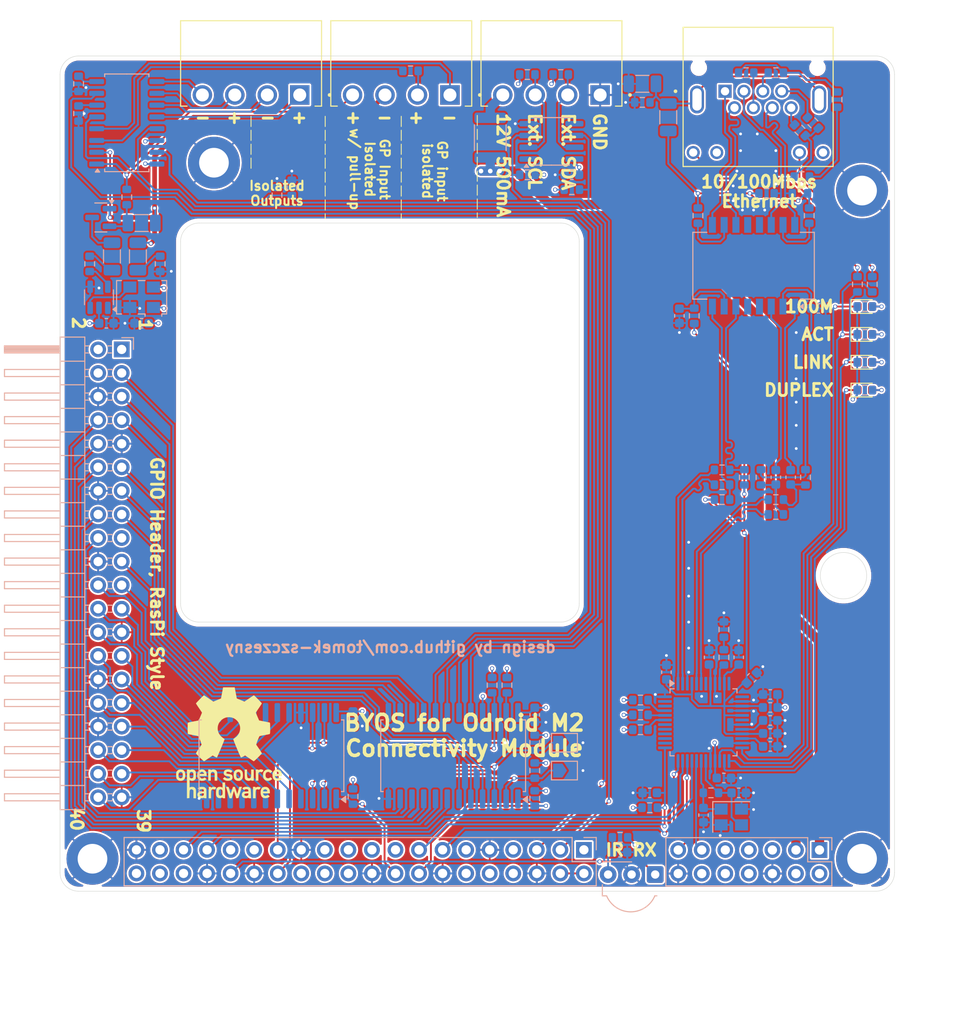
<source format=kicad_pcb>
(kicad_pcb (version 20240108) (generator "pcbnew") (generator_version "8.0")
  (layers (0 "F.Cu" signal) (1 "In1.Cu" signal) (2 "In2.Cu" signal) (31 "B.Cu" signal) (34 "B.Paste" user) (35 "F.Paste" user) (36 "B.SilkS" user "B.Silkscreen") (37 "F.SilkS" user "F.Silkscreen") (38 "B.Mask" user) (39 "F.Mask" user) (44 "Edge.Cuts" user))
  (net 0 "")
  (net 1 "GND")
  (net 2 "+3V3")
  (net 3 "/HPL")
  (net 4 "/GPIO3_C5")
  (net 5 "/POWER#")
  (net 6 "/GPIO4_B5")
  (net 7 "Net-(C404-Pad2)")
  (net 8 "/RESET#")
  (net 9 "/HP_DET")
  (net 10 "/HPR")
  (net 11 "/MIC_IN_P")
  (net 12 "Net-(D401-COM)")
  (net 13 "Net-(C405-Pad2)")
  (net 14 "/ADC.AIN4")
  (net 15 "/SPI Ethernet/SPDLED")
  (net 16 "Net-(U102-Vs)")
  (net 17 "Net-(J402-Pin_2)")
  (net 18 "/GPIO1_B7")
  (net 19 "+5V")
  (net 20 "/GPIO1_B6")
  (net 21 "/GPIO4_B3")
  (net 22 "GND_ISO")
  (net 23 "/UART7_TX")
  (net 24 "Net-(U501-XI{slash}CLKIN)")
  (net 25 "/GPIO1_B3")
  (net 26 "/ADC.AIN5")
  (net 27 "/GPIO3_D1")
  (net 28 "Net-(U501-XO)")
  (net 29 "/GPIO1_B2")
  (net 30 "+1V8")
  (net 31 "+12V")
  (net 32 "/GPIO1_B4")
  (net 33 "Net-(TR501-C_RD)")
  (net 34 "VCC_ISO")
  (net 35 "Net-(U501-1V2O)")
  (net 36 "/I2C Bus Extender/E_SCL")
  (net 37 "/I2C Bus Extender/E_SDA")
  (net 38 "Net-(J402-Pin_1)")
  (net 39 "Net-(J402-Pin_4)")
  (net 40 "Net-(J403-Pin_1)")
  (net 41 "Net-(J403-Pin_3)")
  (net 42 "Net-(J403-Pin_2)")
  (net 43 "Net-(J403-Pin_4)")
  (net 44 "/GPIO Expanders/IO7")
  (net 45 "/GPIO Expanders/IO15")
  (net 46 "/GPIO Expanders/IO14")
  (net 47 "/GPIO Expanders/IO12")
  (net 48 "/GPIO Expanders/IO11")
  (net 49 "/GPIO Expanders/IO13")
  (net 50 "/GPIO Expanders/IO9")
  (net 51 "/GPIO Expanders/IO2")
  (net 52 "/GPIO Expanders/IO5")
  (net 53 "/GPIO Expanders/IO8")
  (net 54 "/GPIO Expanders/IO3")
  (net 55 "/GPIO Expanders/IO6")
  (net 56 "/GPIO Expanders/IO10")
  (net 57 "/GPIO Expanders/IO1")
  (net 58 "/UART9_RX")
  (net 59 "/PWM7_IR")
  (net 60 "/I2C6_SCL")
  (net 61 "/I2C6_SDA")
  (net 62 "/UART9_~{CTS}")
  (net 63 "/I2C5_SDA")
  (net 64 "/UART7_RX")
  (net 65 "Net-(U501-TOCAP)")
  (net 66 "/I2C5_SCL")
  (net 67 "CGND")
  (net 68 "/UART9_~{RTS}")
  (net 69 "/I2C1_SCL")
  (net 70 "/I2C1_SDA")
  (net 71 "/PWM3_IR")
  (net 72 "/GPIO Expanders/IO0")
  (net 73 "/GPIO Expanders/IO4")
  (net 74 "Net-(JP604-A)")
  (net 75 "Net-(JP605-A)")
  (net 76 "/GPIO Expanders/IO28")
  (net 77 "/GPIO Expanders/IO29")
  (net 78 "/GPIO Expanders/IO30")
  (net 79 "/GPIO Expanders/IO31")
  (net 80 "/GPIO Expanders/IO25")
  (net 81 "/GPIO Expanders/IO23")
  (net 82 "/GPIO Expanders/IO18")
  (net 83 "/GPIO Expanders/IO27")
  (net 84 "/GPIO Expanders/IO19")
  (net 85 "/GPIO Expanders/IO24")
  (net 86 "/GPIO Expanders/IO17")
  (net 87 "/GPIO Expanders/IO20")
  (net 88 "/GPIO Expanders/IO22")
  (net 89 "Net-(D301-A)")
  (net 90 "Net-(D302-A)")
  (net 91 "Net-(C514-Pad1)")
  (net 92 "/SPI3_CS0")
  (net 93 "/SPI3_MISO")
  (net 94 "/SPI3_MOSI")
  (net 95 "/PWM11_IR")
  (net 96 "/SPI3_SCK")
  (net 97 "/GPIO3_D5")
  (net 98 "/GPIO Expanders/IO26")
  (net 99 "Net-(J105-Pin_4)")
  (net 100 "/SPI Ethernet/T+")
  (net 101 "/SPI Ethernet/T-")
  (net 102 "/GPIO Expanders/IO16")
  (net 103 "/GPIO Expanders/IO21")
  (net 104 "/SPI Ethernet/LINKLED")
  (net 105 "/SPI Ethernet/R-")
  (net 106 "/SPI Ethernet/R+")
  (net 107 "/SPI Ethernet/LEDY")
  (net 108 "Net-(J301-Pad4)")
  (net 109 "/SPI Ethernet/LEDG")
  (net 110 "Net-(U401-OUT)")
  (net 111 "Net-(R413-Pad2)")
  (net 112 "Net-(R414-Pad2)")
  (net 113 "Net-(R418-Pad1)")
  (net 114 "Net-(U501-PMODE0)")
  (net 115 "Net-(U501-PMODE1)")
  (net 116 "Net-(U501-PMODE2)")
  (net 117 "/SPI Ethernet/TPOUT+")
  (net 118 "Net-(C305-Pad1)")
  (net 119 "Net-(TR501-C_TD)")
  (net 120 "/SPI Ethernet/TPOUT-")
  (net 121 "/SPI Ethernet/TPIN+")
  (net 122 "Net-(J301-Pad5)")
  (net 123 "/SPI Ethernet/TPIN-")
  (net 124 "/SPI Ethernet/DUPLED")
  (net 125 "Net-(D303-A)")
  (net 126 "Net-(R512-Pad1)")
  (net 127 "Net-(U501-EXRES1)")
  (net 128 "Net-(TR501-C_TX)")
  (net 129 "Net-(TR501-C_RX)")
  (net 131 "Net-(U401-IN)")
  (net 141 "Net-(D304-A)")
  (net 142 "/SPI Ethernet/ACTLED")
  (net 145 "Net-(J301-Pad7)")
  (net 146 "Net-(J301-Pad8)")
  (net 147 "/SPI Ethernet/T0-")
  (net 148 "/SPI Ethernet/R0+")
  (net 149 "/SPI Ethernet/R0-")
  (net 150 "Net-(R310-Pad2)")
  (net 151 "Net-(R312-Pad2)")
  (net 152 "/SPI Ethernet/T0+")
  (net 153 "/SPI Ethernet/R1+")
  (net 154 "/SPI Ethernet/R1-")
  (footprint "libs:CUI_TBP03R1-350-04BE" (layer "F.Cu") (at 45.8525 24.2 180)
    (property "Reference" "J403" (hide yes))
    (property "Value" "CUI 3.5mm")
  )
  (footprint "libs:CUI_TBP03R1-350-04BE" (layer "F.Cu") (at 62.0525 24.2 180)
    (property "Reference" "J402" (hide yes))
    (property "Value" "CUI 3.5mm")
  )
  (footprint "LED_SMD:LED_0603_1608Metric" (layer "F.Cu") (at 106.8 50)
    (property "Reference" "D304" (hide yes))
    (property "Value" "R")
  )
  (footprint "libs:PHOENIX_1149867" (layer "F.Cu") (at 103.38 16.91 180)
    (property "Reference" "J301" (hide yes))
    (property "Value" "8P8C_LED_Shielded")
  )
  (footprint "LED_SMD:LED_0603_1608Metric" (layer "F.Cu") (at 106.8 53)
    (property "Reference" "D302" (hide yes))
    (property "Value" "R")
  )
  (footprint "Symbol:OSHW-Logo_11.4x12mm_SilkScreen" (layer "F.Cu") (at 38.2 94)
    (property "Reference" "SYM101" (hide yes))
    (property "Value" "Logo_Open_Hardware_Small" (hide yes))
  )
  (footprint "MountingHole:MountingHole_3.2mm_M3_DIN965_Pad" (layer "F.Cu") (at 23.5 106.5)
    (property "Reference" "H101" (hide yes))
    (property "Value" "M3")
  )
  (footprint "MountingHole:MountingHole_3.2mm_M3_DIN965_Pad" (layer "F.Cu") (at 106.5 34.5)
    (property "Reference" "H104" (hide yes))
    (property "Value" "M3")
  )
  (footprint "LED_SMD:LED_0603_1608Metric" (layer "F.Cu") (at 106.8 47)
    (property "Reference" "D301" (hide yes))
    (property "Value" "R")
  )
  (footprint "libs:CUI_TBP03R1-350-04BE" (layer "F.Cu") (at 78.2525 24.2 180)
    (property "Reference" "J105" (hide yes))
    (property "Value" "CUI 3.5mm")
  )
  (footprint "MountingHole:MountingHole_3.2mm_M3_DIN965_Pad" (layer "F.Cu") (at 106.5 106.5)
    (property "Reference" "H102" (hide yes))
    (property "Value" "M3")
  )
  (footprint "MountingHole:MountingHole_3.2mm_M3_DIN965_Pad" (layer "F.Cu") (at 36.6 31.5)
    (property "Reference" "H103" (hide yes))
    (property "Value" "M3")
  )
  (footprint "LED_SMD:LED_0603_1608Metric" (layer "F.Cu") (at 106.8 56)
    (property "Reference" "D303" (hide yes))
    (property "Value" "R")
  )
  (footprint "Capacitor_SMD:C_0603_1608Metric" (layer "B.Cu") (at 94.6 87 45)
    (property "Reference" "C307" (hide yes))
    (property "Value" "10u")
  )
  (footprint "Resistor_SMD:R_0603_1608Metric" (layer "B.Cu") (at 99.8 34.8)
    (property "Reference" "R314" (hide yes))
    (property "Value" "150R")
  )
  (footprint "Fuse:Fuse_1812_4532Metric" (layer "B.Cu") (at 66.4 28.8 90)
    (property "Reference" "F101" (hide yes))
    (property "Value" "SMD1812B050TF")
  )
  (footprint "Resistor_SMD:R_0603_1608Metric" (layer "B.Cu") (at 106.8 56)
    (property "Reference" "R304" (hide yes))
    (property "Value" "470R")
  )
  (footprint "Resistor_SMD:R_0603_1608Metric" (layer "B.Cu") (at 82.8 25.000001)
    (property "Reference" "R301" (hide yes))
    (property "Value" "1M")
  )
  (footprint "Resistor_SMD:R_0603_1608Metric" (layer "B.Cu") (at 107.6 44.6 90)
    (property "Reference" "R511" (hide yes))
    (property "Value" "330R")
  )
  (footprint "Resistor_SMD:R_0603_1608Metric" (layer "B.Cu") (at 71.2 100 90)
    (property "Reference" "R608" (hide yes))
    (property "Value" "10k")
  )
  (footprint "Resistor_SMD:R_0603_1608Metric" (layer "B.Cu") (at 93.8 65.4 90)
    (property "Reference" "R519" (hide yes))
    (property "Value" "50R")
  )
  (footprint "Capacitor_SMD:C_0603_1608Metric" (layer "B.Cu") (at 91.6 97.8)
    (property "Reference" "C509" (hide yes))
    (property "Value" "100n")
  )
  (footprint "Resistor_SMD:R_0603_1608Metric" (layer "B.Cu") (at 57.8 21.6)
    (property "Reference" "R418" (hide yes))
    (property "Value" "10k")
  )
  (footprint "Capacitor_SMD:C_0603_1608Metric" (layer "B.Cu") (at 85.4 86.4 90)
    (property "Reference" "C305" (hide yes))
    (property "Value" "100n")
  )
  (footprint "Connector_PinSocket_2.54mm:PinSocket_2x07_P2.54mm_Vertical" (layer "B.Cu") (at 101.91 105.56 90)
    (property "Reference" "J101" (hide yes))
    (property "Value" "SSQ-107-03-T-D")
  )
  (footprint "Resistor_SMD:R_0603_1608Metric" (layer "B.Cu") (at 103.8 24.7 -90)
    (property "Reference" "R524" (hide yes))
    (property "Value" "50R")
  )
  (footprint "Capacitor_SMD:C_0603_1608Metric" (layer "B.Cu") (at 75.2 32.8)
    (property "Reference" "C201" (hide yes))
    (property "Value" "1u 10V")
  )
  (footprint "Capacitor_SMD:C_1206_3216Metric" (layer "B.Cu") (at 28.8 38 180)
    (property "Reference" "C407" (hide yes))
    (property "Value" "10u 16V")
  )
  (footprint "Resistor_SMD:R_0603_1608Metric" (layer "B.Cu") (at 88.4 48 90)
    (property "Reference" "R309" (hide yes))
    (property "Value" "10R")
  )
  (footprint "Resistor_SMD:R_0603_1608Metric" (layer "B.Cu") (at 74 22 180)
    (property "Reference" "R203" (hide yes))
    (property "Value" "560R")
  )
  (footprint "Resistor_SMD:R_0603_1608Metric" (layer "B.Cu") (at 95.6 65.4 90)
    (property "Reference" "R520" (hide yes))
    (property "Value" "82R")
  )
  (footprint "Package_SO:SOIC-24W_7.5x15.4mm_P1.27mm" (layer "B.Cu") (at 42.8 95.4 90)
    (property "Reference" "U601" (hide yes))
    (property "Value" "PCA9555D")
  )
  (footprint "Capacitor_SMD:C_0603_1608Metric" (layer "B.Cu") (at 93.2 99.4)
    (property "Reference" "C502" (hide yes))
    (property "Value" "10p")
  )
  (footprint "Resistor_SMD:R_0603_1608Metric" (layer "B.Cu") (at 96.2 34.8 180)
    (property "Reference" "R315" (hide yes))
    (property "Value" "150R")
  )
  (footprint "Resistor_SMD:R_0603_1608Metric" (layer "B.Cu") (at 75.2 34.4 180)
    (property "Reference" "R201" (hide yes))
    (property "Value" "4k7")
  )
  (footprint "Capacitor_SMD:C_0603_1608Metric" (layer "B.Cu") (at 101.8 47.2)
    (property "Reference" "C511" (hide yes))
    (property "Value" "10n")
  )
  (footprint "Capacitor_SMD:C_0603_1608Metric" (layer "B.Cu") (at 71.2 91 -90)
    (property "Reference" "C602" (hide yes))
    (property "Value" "100n")
  )
  (footprint "Capacitor_SMD:C_0603_1608Metric" (layer "B.Cu") (at 96.6 91.6)
    (property "Reference" "C507" (hide yes))
    (property "Value" "4u7 6.3V")
  )
  (footprint "Resistor_SMD:R_0603_1608Metric" (layer "B.Cu") (at 88.8 37.2 90)
    (property "Reference" "R523" (hide yes))
    (property "Value" "75R")
  )
  (footprint "Capacitor_SMD:C_1206_3216Metric" (layer "B.Cu") (at 28.4 41.6 -90)
    (property "Reference" "C405" (hide yes))
    (property "Value" "1u 100V")
  )
  (footprint "Capacitor_SMD:C_0603_1608Metric" (layer "B.Cu") (at 51.6 91.4 -90)
    (property "Reference" "C601" (hide yes))
    (property "Value" "100n")
  )
  (footprint "Resistor_SMD:R_0603_1608Metric" (layer "B.Cu") (at 43.4 35 -90)
    (property "Reference" "R410" (hide yes))
    (property "Value" "33k")
  )
  (footprint "Capacitor_SMD:C_0603_1608Metric" (layer "B.Cu") (at 86.8 48 -90)
    (property "Reference" "C510" (hide yes))
    (property "Value" "22n")
  )
  (footprint "Resistor_SMD:R_0603_1608Metric" (layer "B.Cu") (at 22 23 90)
    (property "Reference" "R414" (hide yes))
    (property "Value" "1k")
  )
  (footprint "Package_SO:SOIC-8_3.9x4.9mm_P1.27mm" (layer "B.Cu") (at 73 29.2)
    (property "Reference" "U201" (hide yes))
    (property "Value" "P82B715")
  )
  (footprint "Resistor_SMD:R_0603_1608Metric" (layer "B.Cu") (at 90.2 99.4)
    (property "Reference" "R502" (hide yes))
    (property "Value" "1Meg")
  )
  (footprint "Resistor_SMD:R_0603_1608Metric" (layer "B.Cu") (at 91.4 66.2 180)
    (property "Reference" "R506" (hide yes))
    (property "Value" "33R")
  )
  (footprint "Connector_PinHeader_2.54mm:PinHeader_2x20_P2.54mm_Horizontal" (layer "B.Cu") (at 26.65 51.62 180)
    (property "Reference" "J601" (hide yes))
    (property "Value" "Pi-Like format")
  )
  (footprint "Capacitor_SMD:C_0603_1608Metric" (layer "B.Cu") (at 28.794999 48.8 180)
    (property "Reference" "C401" (hide yes))
    (property "Value" "100n")
  )
  (footprint "Jumper:SolderJumper-2_P1.3mm_Open_TrianglePad1.0x1.5mm" (layer "B.Cu") (at 74.4 94)
    (property "Reference" "JP604" (hide yes))
    (property "Value" "SolderJumper_2_Open")
  )
  (footprint "Resistor_SMD:R_0603_1608Metric" (layer "B.Cu") (at 71.2 94 90)
    (property "Reference" "R601" (hide yes))
    (property "Value" "10k")
  )
  (footprint "Resistor_SMD:R_0603_1608Metric" (layer "B.Cu") (at 22 26.2 90)
    (property "Reference" "R413" (hide yes))
    (property "Value" "1k")
  )
  (footprint "OptoDevice:Vishay_MOLD-3Pin" (layer "B.Cu") (at 84.19 108.2 180)
    (property "Reference" "U102" (hide yes))
    (property "Value" "TSOP4438")
  )
  (footprint "Resistor_SMD:R_0603_1608Metric" (layer "B.Cu") (at 30.8 42.4 90)
    (property "Reference" "R605" (hide yes))
    (property "Value" "1k")
  )
  (footprint "Resistor_SMD:R_0603_1608Metric" (layer "B.Cu") (at 106.8 50)
    (property "Reference" "R305" (hide yes))
    (property "Value" "470R")
  )
  (footprint "Resistor_SMD:R_0603_1608Metric" (layer "B.Cu") (at 106.8 47)
    (property "Reference" "R302" (hide yes))
    (property "Value" "470R")
  )
  (footprint "Package_QFP:LQFP-48_7x7mm_P0.5mm" (layer "B.Cu") (at 89.4 91.8 -90)
    (property "Reference" "U501" (hide yes))
    (property "Value" "W5500")
  )
  (footprint "Inductor_SMD:L_0603_1608Metric" (layer "B.Cu") (at 96.6 90.2 180)
    (property "Reference" "FB501" (hide yes))
    (property "Value" "FB")
  )
  (footprint "Resistor_SMD:R_0603_1608Metric" (layer "B.Cu") (at 83.6 101 180)
    (property "Reference" "R501" (hide yes))
    (property "Value" "10k")
  )
  (footprint "Resistor_SMD:R_0603_1608Metric" (layer "B.Cu") (at 106 44.6 90)
    (property "Reference" "R510" (hide yes))
    (property "Value" "330R")
  )
  (footprint "Resistor_SMD:R_0603_1608Metric" (layer "B.Cu") (at 106.8 53)
    (property "Reference" "R303" (hide yes))
    (property "Value" "470R")
  )
  (footprint "Capacitor_SMD:C_1206_3216Metric" (layer "B.Cu") (at 82.8 23 180)
    (property "Reference" "C301" (hide yes))
    (property "Value" "1n 2000V")
  )
  (footprint "Resistor_SMD:R_0603_1608Metric" (layer "B.Cu") (at 94 21.8 180)
    (property "Reference" "R310" (hide yes))
    (property "Value" "50R")
  )
  (footprint "Capacitor_SMD:C_0603_1608Metric" (layer "B.Cu") (at 97.2 65.4 90)
    (property "Reference" "C302" (hide yes))
    (property "Value" "6n8")
  )
  (footprint "Resistor_SMD:R_0603_1608Metric" (layer "B.Cu") (at 80.4 104.2)
    (property "Reference" "R104" (hide yes))
    (property "Value" "10R")
  )
  (footprint "Resistor_SMD:R_0603_1608Metric" (layer "B.Cu") (at 70.4 22 180)
    (property "Reference" "R204" (hide yes))
    (property "Value" "560R")
  )
  (footprint "Capacitor_SMD:C_1206_3216Metric" (layer "B.Cu") (at 25.6 41.6 -90)
    (property "Reference" "C404" (hide yes))
    (property "Value" "1u 100V")
  )
  (footprint "Resistor_SMD:R_0603_1608Metric" (layer "B.Cu") (at 91.4 67.8 180)
    (property "Reference" "R518" (hide yes))
    (property "Value" "50R")
  )
  (footprint "Capacitor_SMD:C_0603_1608Metric" (layer "B.Cu") (at 96.6 94.4)
    (property "Reference" "C505" (hide yes))
    (property "Value" "10n")
  )
  (footprint "Capacitor_SMD:C_0603_1608Metric" (layer "B.Cu") (at 98.8 65.4 90)
    (property "Reference" "C303" (hide yes))
    (property "Value" "6n8")
  )
  (footprint "Resistor_SMD:R_0603_1608Metric" (layer "B.Cu") (at 97.2 69.4 180)
    (property "Reference" "R307" (hide yes))
    (property "Value" "33R")
  )
  (footprint "Resistor_SMD:R_0603_1608Metric" (layer "B.Cu") (at 99.8 28 -45)
    (property "Reference" "R313" (hide yes))
    (property "Value" "50R")
  )
  (footprint "Capacitor_SMD:C_0603_1608Metric" (layer "B.Cu") (at 93.2 84.8 90)
    (property "Reference" "C306" (hide yes))
    (property "Value" "100n")
  )
  (footprint "Resistor_SMD:R_0603_1608Metric" (layer "B.Cu") (at 91.6 84.8 -90)
    (property "Reference" "R512" (hide yes))
    (property "Value" "6k2")
  )
  (footprint "Resistor_SMD:R_0603_1608Metric" (layer "B.Cu") (at 45 34.2 -90)
    (property "Reference" "R409" (hide yes))
    (property "Value" "33k")
  )
  (footprint "Resistor_SMD:R_0603_1608Metric" (layer "B.Cu") (at 68.2 87.8 90)
    (property "Reference" "R607" (hide yes))
    (property "Value" "10k")
  )
  (footprint "Capacitor_SMD:C_1206_3216Metric" (layer "B.Cu") (at 85.6 26.6 90)
    (property "Reference" "C514" (hide yes))
    (property "Value" "4n7 2000V")
  )
  (footprint "Resistor_SMD:R_0603_1608Metric" (layer "B.Cu") (at 82.6 91 180)
    (property "Reference" "R504" (hide yes))
    (property "Value" "10k")
  )
  (footprint "Capacitor_SMD:C_0603_1608Metric" (layer "B.Cu") (at 96.6 88.8 180)
    (property "Reference" "C508" (hide yes))
    (property "Value" "100n")
  )
  (footprint "Resistor_SMD:R_0603_1608Metric" (layer "B.Cu") (at 101.2 27.2 -45)
    (property "Reference" "R312" (hide yes))
    (property "Value" "50R")
  )
  (footprint "Crystal:Crystal_SMD_3225-4Pin_3.2x2.5mm" (layer "B.Cu") (at 92.4 102)
    (property "Reference" "Y501" (hide yes))
    (property "Value" "ABM8-25.000MHZ-B2-T")
  )
  (footprint "Capacitor_SMD:C_0603_1608Metric" (layer "B.Cu") (at 83.6 99.4)
    (property "Reference" "C501" (hide yes))
    (property "Value" "1n")
  )
  (footprint "Package_SO:SOIC-16_4.55x10.3mm_P1.27mm" (layer "B.Cu") (at 27.2 27.2)
    (property "Reference" "U404" (hide yes))
    (property "Value" "TLP291-4")
  )
  (footprint "Resistor_SMD:R_0603_1608Metric" (layer "B.Cu") (at 91.4 64.6 180)
    (property "Reference" "R306" (hide yes))
    (property "Value" "33R")
  )
  (footprint "Capacitor_SMD:C_0603_1608Metric" (layer "B.Cu") (at 80.4 105.8 180)
    (property "Reference" "C102" (hide yes))
    (property "Value" "1u")
  )
  (footprint "Capacitor_SMD:C_0603_1608Metric" (layer "B.Cu") (at 90 84.8 90)
    (property "Reference" "C506" (hide yes))
    (property "Value" "100n")
  )
  (footprint "Capacitor_SMD:C_0603_1608Metric" (layer "B.Cu") (at 96.6 93)
    (property "Reference" "C504" (hide yes))
    (property "Value" "100n")
  )
  (footprint "Jumper:SolderJumper-2_P1.3mm_Open_TrianglePad1.0x1.5mm" (layer "B.Cu") (at 74.4 97)
    (property "Reference" "JP605" (hide yes))
    (property "Value" "SolderJumper_2_Open")
  )
  (footprint "Resistor_SMD:R_0603_1608Metric" (layer "B.Cu") (at 66.6 87.8 90)
    (property "Reference" "R609" (hide yes))
    (property "Value" "10k")
  )
  (footprint "Resistor_SMD:R_0603_1608Metric" (layer "B.Cu") (at 100 33)
    (property "Reference" "R525" (hide yes))
    (property "Value" "50R")
  )
  (footprint "Oscillator:Oscillator_SMD_EuroQuartz_XO53-4Pin_5.0x3.2mm" (layer "B.Cu") (at 28.8 46 180)
    (property "Reference" "X401" (hide yes))
    (property "Value" "ECS-327MVATX-5-CN-TR")
  )
  (footprint "Resistor_SMD:R_0603_1608Metric" (layer "B.Cu") (at 71.2 97 90)
    (property "Reference" "R603" (hide yes))
    (property "Value" "10k")
  )
  (footprint "Resistor_SMD:R_0603_1608Metric" (layer "B.Cu") (at 100.4 65.4 -90)
    (property "Reference" "R521" (hide yes))
    (property "Value" "82R")
  )
  (footprint "Package_TO_SOT_SMD:SOT-23" (layer "B.Cu") (at 24.4 37.4 180)
    (property "Reference" "D401" (hide yes))
    (property "Value" "BAT54S")
  )
  (footprint "Resistor_SMD:R_0603_1608Metric" (layer "B.Cu") (at 70.4 32.8)
    (property "Reference" "R202" (hide yes))
    (property "Value" "4k7")
  )
  (footprint "Resistor_SMD:R_0603_1608Metric" (layer "B.Cu") (at 27.2 35.2 -90)
    (property "Reference" "R606" (hide yes))
    (property "Value" "10k")
  )
  (footprint "Capacitor_SMD:C_0603_1608Metric" (layer "B.Cu") (at 89.4 101.8 -90)
    (property "Reference" "C503" (hide yes))
    (property "Value" "10p")
  )
  (footprint "Connector_PinSocket_2.54mm:PinSocket_2x20_P2.54mm_Vertical" (layer "B.Cu") (at 76.5002 105.5424 90)
    (property "Reference" "J102" (hide yes))
    (property "Value" "SSQ-120-03-T-D")
  )
  (footprint "Resistor_SMD:R_0603_1608Metric" (layer "B.Cu") (at 82.6 92.6 180)
    (property "Reference" "R505" (hide yes))
    (property "Value" "10k")
  )
  (footprint "Resistor_SMD:R_0603_1608Metric" (layer "B.Cu") (at 23.2 42.4 90)
    (property "Reference" "R604" (hide yes))
    (property "Value" "1k")
  )
  (footprint "Resistor_SMD:R_0603_1608Metric" (layer "B.Cu") (at 51.6 99.8 90)
    (property "Reference" "R602" (hide yes))
    (property "Value" "10k")
  )
  (footprint "Resistor_SMD:R_0603_1608Metric" (layer "B.Cu") (at 97.2 21.8)
    (property "Reference" "R311" (hide yes))
    (property "Value" "50R")
  )
  (footprint "Resistor_SMD:R_0603_1608Metric" (layer "B.Cu") (at 91.6 81.8 -90)
    (property "Reference" "R513" (hide yes))
    (property "Value" "6k2")
  )
  (footprint "Package_TO_SOT_SMD:SOT-23-5" (layer "B.Cu") (at 24.2 46 90)
    (property "Reference" "U401" (hide yes))
    (property "Value" "MCP1416")
  )
  (footprint "Resistor_SMD:R_0603_1608Metric" (layer "B.Cu") (at 82.6 89.4 180)
    (property "Reference" "R503" (hide yes))
    (property "Value" "10k")
  )
  (footprint "Package_SO:SOIC-24W_7.5x15.4mm_P1.27mm" (layer "B.Cu") (at 62.4 95.4 90)
    (property "Reference" "U602" (hide yes))
    (property "Value" "PCA9555D")
  )
  (footprint "Transformer_SMD:Transformer_Ethernet_Bourns_PT61017PEL" (layer "B.Cu") (at 94.8 42.6 90)
    (property "Reference" "TR501" (hide yes))
    (property "Value" "PT61017PEL")
  )
  (footprint "Capacitor_SMD:C_0603_1608Metric" (layer "B.Cu") (at 25 48.8)
    (property "Reference" "C402" (hide yes))
    (property "Value" "100n 25V")
  )
  (footprint "Resistor_SMD:R_0603_1608Metric" (layer "B.Cu") (at 97.2 67.8 180)
    (property "Reference" "R308" (hide yes))
    (property "Value" "33R")
  )
  (footprint "Resistor_SMD:R_0603_1608Metric" (layer "B.Cu") (at 100.8 37.2 90)
    (property "Reference" "R522" (hide yes))
    (property "Value" "75R")
  )
  (gr_line (start 40.6 26.5) (end 40.6 32.2) (stroke (width 0.1) (type dash)) (layer "F.SilkS"))
  (gr_line (start 56.8 26.5) (end 56.8 37.5) (stroke (width 0.1) (type dash)) (layer "F.SilkS"))
  (gr_line (start 48.6 26.5) (end 48.6 37.5) (stroke (width 0.1) (type dash)) (layer "F.SilkS"))
  (gr_line (start 65 26.4) (end 65 37.4) (stroke (width 0.1) (type dash)) (layer "F.SilkS"))
  (gr_arc (start 108 20) (mid 109.414214 20.585786) (end 110 22) (stroke (width 0.05)) (layer "Edge.Cuts"))
  (gr_line (start 35 81) (end 74 81) (stroke (width 0.05)) (layer "Edge.Cuts"))
  (gr_arc (start 33 40) (mid 33.585786 38.585786) (end 35 38) (stroke (width 0.05)) (layer "Edge.Cuts"))
  (gr_line (start 74 38) (end 35 38) (stroke (width 0.05)) (layer "Edge.Cuts"))
  (gr_line (start 33 40) (end 33 79) (stroke (width 0.05)) (layer "Edge.Cuts"))
  (gr_arc (start 74 38) (mid 75.414214 38.585786) (end 76 40) (stroke (width 0.05)) (layer "Edge.Cuts"))
  (gr_line (start 76 79) (end 76 40) (stroke (width 0.05)) (layer "Edge.Cuts"))
  (gr_line (start 110 108) (end 110 22) (stroke (width 0.05)) (layer "Edge.Cuts"))
  (gr_arc (start 22 110) (mid 20.585786 109.414214) (end 20 108) (stroke (width 0.05)) (layer "Edge.Cuts"))
  (gr_arc (start 76 79) (mid 75.414214 80.414214) (end 74 81) (stroke (width 0.05)) (layer "Edge.Cuts"))
  (gr_arc (start 110 108) (mid 109.414214 109.414214) (end 108 110) (stroke (width 0.05)) (layer "Edge.Cuts"))
  (gr_line (start 20 22) (end 20 108) (stroke (width 0.05)) (layer "Edge.Cuts"))
  (gr_arc (start 35 81) (mid 33.585786 80.414214) (end 33 79) (stroke (width 0.05)) (layer "Edge.Cuts"))
  (gr_line (start 108 20) (end 22 20) (stroke (width 0.05)) (layer "Edge.Cuts"))
  (gr_line (start 22 110) (end 108 110) (stroke (width 0.05)) (layer "Edge.Cuts"))
  (gr_circle (center 104.5 76) (end 107 76) (stroke (width 0.05)) (fill none) (layer "Edge.Cuts"))
  (gr_arc (start 20 22) (mid 20.585786 20.585786) (end 22 20) (stroke (width 0.05)) (layer "Edge.Cuts"))
  (gr_text "design by github.com/tomek-szczesny" (at 73.6 84.4 0) (layer "B.SilkS") (effects (font (size 1.2 1.2) (thickness 0.25) (bold yes)) (justify left bottom mirror)))
  (gr_text "GP Input\nIsolated\nw/ pull-up" (at 55.6 32.2 270) (layer "F.SilkS") (effects (font (size 1 1) (thickness 0.22) (bold yes)) (justify top)))
  (gr_text "GPIO Header, RasPi Style" (at 31.2 75.8 270) (layer "F.SilkS") (effects (font (size 1.3 1.3) (thickness 0.3) (bold yes)) (justify top)))
  (gr_text "-" (at 42.4 26.6 0) (layer "F.SilkS") (effects (font (size 1.3 1.3) (thickness 0.3) (bold yes))))
  (gr_text "+" (at 58.4 26.6 0) (layer "F.SilkS") (effects (font (size 1.3 1.3) (thickness 0.3) (bold yes))))
  (gr_text "Ext. SDA" (at 74.8 26 270) (layer "F.SilkS") (effects (font (size 1.3 1.3) (thickness 0.3) (bold yes)) (justify left)))
  (gr_text "IR RX" (at 81.6 104.8 0) (layer "F.SilkS") (effects (font (size 1.3 1.3) (thickness 0.3) (bold yes)) (justify top)))
  (gr_text "ACT" (at 103.6 50 0) (layer "F.SilkS") (effects (font (size 1.3 1.3) (thickness 0.3) (bold yes)) (justify right)))
  (gr_text "+" (at 38.8 26.6 0) (layer "F.SilkS") (effects (font (size 1.3 1.3) (thickness 0.3) (bold yes))))
  (gr_text "2" (at 22 49.6 270) (layer "F.SilkS") (effects (font (size 1.3 1.3) (thickness 0.3) (bold yes)) (justify right)))
  (gr_text "GP input\nisolated" (at 61.8 32.4 270) (layer "F.SilkS") (effects (font (size 1 1) (thickness 0.22) (bold yes)) (justify top)))
  (gr_text "-" (at 55 26.6 0) (layer "F.SilkS") (effects (font (size 1.3 1.3) (thickness 0.3) (bold yes))))
  (gr_text "12V 500mA" (at 67.8 26 270) (layer "F.SilkS") (effects (font (size 1.3 1.3) (thickness 0.3) (bold yes)) (justify left)))
  (gr_text "+" (at 45.8 26.6 0) (layer "F.SilkS") (effects (font (size 1.3 1.3) (thickness 0.3) (bold yes))))
  (gr_text "GND" (at 78.2 26 270) (layer "F.SilkS") (effects (font (size 1.3 1.3) (thickness 0.3) (bold yes)) (justify left)))
  (gr_text "100M" (at 103.6 47 0) (layer "F.SilkS") (effects (font (size 1.3 1.3) (thickness 0.3) (bold yes)) (justify right)))
  (gr_text "1" (at 29.2 49.8 270) (layer "F.SilkS") (effects (font (size 1.3 1.3) (thickness 0.3) (bold yes)) (justify right)))
  (gr_text "39" (at 29 101 270) (layer "F.SilkS") (effects (font (size 1.3 1.3) (thickness 0.3) (bold yes)) (justify left)))
  (gr_text "LINK" (at 103.6 53 0) (layer "F.SilkS") (effects (font (size 1.3 1.3) (thickness 0.3) (bold yes)) (justify right)))
  (gr_text "10/100Mbps\nEthernet" (at 95.4 32.8 0) (layer "F.SilkS") (effects (font (size 1.3 1.3) (thickness 0.3) (bold yes)) (justify top)))
  (gr_text "40" (at 21.8 100.8 270) (layer "F.SilkS") (effects (font (size 1.3 1.3) (thickness 0.3) (bold yes)) (justify left)))
  (gr_text "Ext. SCL" (at 71.2 26 270) (layer "F.SilkS") (effects (font (size 1.3 1.3) (thickness 0.3) (bold yes)) (justify left)))
  (gr_text "BYOS for Odroid M2\nConnectivity Module" (at 63.6 95.6 0) (layer "F.SilkS") (effects (font (size 1.7 1.7) (thickness 0.375) (bold yes)) (justify bottom)))
  (gr_text "-" (at 35.4 26.6 0) (layer "F.SilkS") (effects (font (size 1.3 1.3) (thickness 0.3) (bold yes))))
  (gr_text "-" (at 62 26.6 0) (layer "F.SilkS") (effects (font (size 1.3 1.3) (thickness 0.3) (bold yes))))
  (gr_text "Isolated\nOutputs" (at 43.4 33.4 0) (layer "F.SilkS") (effects (font (size 1 1) (thickness 0.22) (bold yes)) (justify top)))
  (gr_text "+" (at 51.6 26.6 0) (layer "F.SilkS") (effects (font (size 1.3 1.3) (thickness 0.3) (bold yes))))
  (gr_text "DUPLEX" (at 103.6 56 0) (layer "F.SilkS") (effects (font (size 1.3 1.3) (thickness 0.3) (bold yes)) (justify right)))
  (via (at 94.8 36.6) (size 0.45) (drill 0.3) (layers "F.Cu" "B.Cu") (net 1))
  (via (at 80.199999 23) (size 0.45) (drill 0.3) (layers "F.Cu" "B.Cu") (net 1))
  (via (at 93.4 30.2) (size 0.45) (drill 0.3) (layers "F.Cu" "B.Cu") (net 1))
  (via (at 81.8 99.4) (size 0.45) (drill 0.3) (layers "F.Cu" "B.Cu") (net 1))
  (via (at 87.8 72.4) (size 0.45) (drill 0.3) (layers "F.Cu" "B.Cu") (net 1))
  (via (at 45 32.4) (size 0.45) (drill 0.3) (layers "F.Cu" "B.Cu") (net 1))
  (via (at 87.8 83.8) (size 0.45) (drill 0.3) (layers "F.Cu" "B.Cu") (net 1))
  (via (at 92.6 34) (size 0.45) (drill 0.3) (layers "F.Cu" "B.Cu") (net 1))
  (via (at 99.4 57.3) (size 0.45) (drill 0.3) (layers "F.Cu" "B.Cu") (net 1))
  (via (at 87.8 81) (size 0.45) (drill 0.3) (layers "F.Cu" "B.Cu") (net 1))
  (via (at 98.2 93) (size 0.45) (drill 0.3) (layers "F.Cu" "B.Cu") (net 1))
  (via (at 85.4 84.6) (size 0.45) (drill 0.3) (layers "F.Cu" "B.Cu") (net 1))
  (via (at 94.8 101.2) (size 0.45) (drill 0.3) (layers "F.Cu" "B.Cu") (net 1))
  (via (at 101.8 46.4) (size 0.45) (drill 0.3) (layers "F.Cu" "B.Cu") (net 1))
  (via (at 24.2 45) (size 0.45) (drill 0.3) (layers "F.Cu" "B.Cu") (net 1))
  (via (at 94.6 92) (size 0.45) (drill 0.3) (layers "F.Cu" "B.Cu") (net 1))
  (via (at 22.8 23.4) (size 0.45) (drill 0.3) (layers "F.Cu" "B.Cu") (net 1))
  (via (at 86.8 49.8) (size 0.45) (drill 0.3) (layers "F.Cu" "B.Cu") (net 1))
  (via (at 94.8 89.4) (size 0.45) (drill 0.3) (layers "F.Cu" "B.Cu") (net 1))
  (via (at 90 94.6) (size 0.45) (drill 0.3) (layers "F.Cu" "B.Cu") (net 1))
  (via (at 91.6 80) (size 0.45) (drill 0.3) (layers "F.Cu" "B.Cu") (net 1))
  (via (at 28.6 47.2) (size 0.45) (drill 0.3) (layers "F.Cu" "B.Cu") (net 1))
  (via (at 89.2 89) (size 0.45) (drill 0.3) (layers "F.Cu" "B.Cu") (net 1))
  (via (at 43.4 33.2) (size 0.45) (drill 0.3) (layers "F.Cu" "B.Cu") (net 1))
  (via (at 22.6 26.2) (size 0.45) (drill 0.3) (layers "F.Cu" "B.Cu") (net 1))
  (via (at 76.4 94) (size 0.45) (drill 0.3) (layers "F.Cu" "B.Cu") (net 1))
  (via (at 46 92.4) (size 0.45) (drill 0.3) (layers "F.Cu" "B.Cu") (net 1))
  (via (at 93.6 36.6) (size 0.45) (drill 0.3) (layers "F.Cu" "B.Cu") (net 1))
  (via (at 93.2 83) (size 0.45) (drill 0.3) (layers "F.Cu" "B.Cu") (net 1))
  (via (at 72.4 91.8) (size 0.45) (drill 0.3) (layers "F.Cu" "B.Cu") (net 1))
  (via (at 93.4 28.4) (size 0.45) (drill 0.3) (layers "F.Cu" "B.Cu") (net 1))
  (via (at 97.2 30.2) (size 0.45) (drill 0.3) (layers "F.Cu" "B.Cu") (net 1))
  (via (at 95.2 28.4) (size 0.45) (drill 0.3) (layers "F.Cu" "B.Cu") (net 1))
  (via (at 27 48.8) (size 0.45) (drill 0.3) (layers "F.Cu" "B.Cu") (net 1))
  (via (at 98.2 91.6) (size 0.45) (drill 0.3) (layers "F.Cu" "B.Cu") (net 1))
  (via (at 93.4 97.8) (size 0.45) (drill 0.3) (layers "F.Cu" "B.Cu") (net 1))
  (via (at 96 36.6) (size 0.45) (drill 0.3) (layers "F.Cu" "B.Cu") (net 1))
  (via (at 35 100) (size 0.45) (drill 0.3) (layers "F.Cu" "B.Cu") (net 1))
  (via (at 99.4 49.8) (size 0.45) (drill 0.3) (layers "F.Cu" "B.Cu") (net 1))
  (via (at 94.8 90.6) (size 0.45) (drill 0.3) (layers "F.Cu" "B.Cu") (net 1))
  (via (at 92.6 35.6) (size 0.45) (drill 0.3) (layers "F.Cu" "B.Cu") (net 1))
  (via (at 99.4 62.3) (size 0.45) (drill 0.3) (layers "F.Cu" "B.Cu") (net 1))
  (via (at 94.8 99.4) (size 0.45) (drill 0.3) (layers "F.Cu" "B.Cu") (net 1))
  (via (at 90 83) (size 0.45) (drill 0.3) (layers "F.Cu" "B.Cu") (net 1))
  (via (at 69.095 27.295) (size 0.45) (drill 0.3) (layers "F.Cu" "B.Cu") (net 1))
  (via (at 97.2 32.4) (size 0.45) (drill 0.3) (layers "F.Cu" "B.Cu") (net 1))
  (via (at 95.8 85.8) (size 0.45) (drill 0.3) (layers "F.Cu" "B.Cu") (net 1))
  (via (at 99.4 59.8) (size 0.45) (drill 0.3) (layers "F.Cu" "B.Cu") (net 1))
  (via (at 90.8 89) (size 0.45) (drill 0.3) (layers "F.Cu" "B.Cu") (net 1))
  (via (at 52.6 92.2) (size 0.45) (drill 0.3) (layers "F.Cu" "B.Cu") (net 1))
  (via (at 99.4 52.3) (size 0.45) (drill 0.3) (layers "F.Cu" "B.Cu") (net 1))
  (via (at 97.2 33.8) (size 0.45) (drill 0.3) (layers "F.Cu" "B.Cu") (net 1))
  (via (at 89.4 103.6) (size 0.45) (drill 0.3) (layers "F.Cu" "B.Cu") (net 1))
  (via (at 99.387887 54.789098) (size 0.45) (drill 0.3) (layers "F.Cu" "B.Cu") (net 1))
  (via (at 54.4 100) (size 0.45) (drill 0.3) (layers "F.Cu" "B.Cu") (net 1))
  (via (at 87.8 86.4) (size 0.45) (drill 0.3) (layers "F.Cu" "B.Cu") (net 1))
  (via (at 93 32.4) (size 0.45) (drill 0.3) (layers "F.Cu" "B.Cu") (net 1))
  (via (at 87.8 78.2) (size 0.45) (drill 0.3) (layers "F.Cu" "B.Cu") (net 1))
  (via (at 81 25) (size 0.45) (drill 0.3) (layers "F.Cu" "B.Cu") (net 1))
  (via (at 76.4 97) (size 0.45) (drill 0.3) (layers "F.Cu" "B.Cu") (net 1))
  (via (at 84.2 88.8) (size 0.45) (drill 0.3) (layers "F.Cu" "B.Cu") (net 1))
  (via (at 87.8 75.2) (size 0.45) (drill 0.3) (layers "F.Cu" "B.Cu") (net 1))
  (via (at 91.2 104) (size 0.45) (drill 0.3) (layers "F.Cu" "B.Cu") (net 1))
  (via (at 98.2 94.4) (size 0.45) (drill 0.3) (layers "F.Cu" "B.Cu") (net 1))
  (via (at 32 43.2) (size 0.45) (drill 0.3) (layers "F.Cu" "B.Cu") (net 1))
  (via (at 73.4 32.8) (size 0.45) (drill 0.3) (layers "F.Cu" "B.Cu") (net 1))
  (segment (start 43.4 34.175) (end 43.4 33.2) (width 0.2) (layer "B.Cu") (net 1))
  (segment (start 82.825 99.4) (end 81.8 99.4) (width 0.2) (layer "B.Cu") (net 1))
  (segment (start 51.6 92.175) (end 52.575 92.175) (width 0.2) (layer "B.Cu") (net 1))
  (segment (start 91.3 103.9) (end 91.2 104) (width 0.2) (layer "B.Cu") (net 1))
  (segment (start 22 27.025) (end 22 26.8) (width 0.2) (layer "B.Cu") (net 1))
  (segment (start 94.55 92.05) (end 94.6 92) (width 0.2) (layer "B.Cu") (net 1))
  (segment (start 102.575 47.2) (end 102.575 47.175) (width 0.2) (layer "B.Cu") (net 1))
  (segment (start 85.4 85.625) (end 85.4 84.6) (width 0.2) (layer "B.Cu") (net 1))
  (segment (start 28.5 47.1) (end 28.6 47.2) (width 0.2) (layer "B.Cu") (net 1))
  (segment (start 94.65 89.55) (end 94.8 89.4) (width 0.2) (layer "B.Cu") (net 1))
  (segment (start 75.124999 94) (end 76.4 94) (width 0.2) (layer "B.Cu") (net 1))
  (segment (start 91.3 102.85) (end 91.3 103.9) (width 0.2) (layer "B.Cu") (net 1))
  (segment (start 45.975 90.749999) (end 45.975 92.375) (width 0.2) (layer "B.Cu") (net 1))
  (segment (start 97.375 94.4) (end 98.2 94.4) (width 0.2) (layer "B.Cu") (net 1))
  (segment (start 22 23.825) (end 22.375 23.825) (width 0.2) (layer "B.Cu") (net 1))
  (segment (start 72.375 91.775) (end 72.4 91.8) (width 0.2) (layer "B.Cu") (net 1))
  (segment (start 75.124999 97) (end 76.4 97) (width 0.2) (layer "B.Cu") (net 1))
  (segment (start 93.975 99.4) (end 94.8 99.4) (width 0.2) (layer "B.Cu") (net 1))
  (segment (start 81.175 107.725) (end 81.65 108.2) (width 0.2) (layer "B.Cu") (net 1))
  (segment (start 25.775 48.8) (end 27 48.8) (width 0.2) (layer "B.Cu") (net 1))
  (segment (start 95.825 88.8) (end 95.4 88.8) (width 0.2) (layer "B.Cu") (net 1))
  (segment (start 45 33.375) (end 45 32.4) (width 0.2) (layer "B.Cu") (net 1))
  (segment (start 87.65 86.55) (end 87.8 86.4) (width 0.2) (layer "B.Cu") (net 1))
  (segment (start 45.975 92.375) (end 46 92.4) (width 0.2) (layer "B.Cu") (net 1))
  (segment (start 22.375 23.825) (end 22.8 23.4) (width 0.2) (layer "B.Cu") (net 1))
  (segment (start 74.425 32.8) (end 73.4 32.8) (width 0.2) (layer "B.Cu") (net 1))
  (segment (start 92.375 97.8) (end 93.4 97.8) (width 0.2) (layer "B.Cu") (net 1))
  (segment (start 94.75 101.15) (end 94.8 101.2) (width 0.2) (layer "B.Cu") (net 1))
  (segment (start 90.649999 87.6375) (end 90.649999 88.849999) (width 0.2) (layer "B.Cu") (net 1))
  (segment (start 81.974999 25) (end 81 25) (width 0.2) (layer "B.Cu") (net 1))
  (segment (start 23.250001 44.8625) (end 24.0625 44.8625) (width 0.2) (layer "B.Cu") (net 1))
  (segment (start 86.8 48.775) (end 86.8 49.8) (width 0.2) (layer "B.Cu") (net 1))
  (segment (start 54.45 100.05) (end 54.4 100) (width 0.2) (layer "B.Cu") (net 1))
  (segment (start 70.525 27.295) (end 69.095 27.295) (width 0.2) (layer "B.Cu") (net 1))
  (segment (start 89.4 102.575) (end 89.4 103.6) (width 0.2) (layer "B.Cu") (net 1))
  (segment (start 93.5625 89.55) (end 94.65 89.55) (width 0.2) (layer "B.Cu") (net 1))
  (segment (start 81.175 105.8) (end 81.175 107.725) (width 0.2) (layer "B.Cu") (net 1))
  (segment (start 27.53 47.1) (end 28.5 47.1) (width 0.2) (layer "B.Cu") (net 1))
  (segment (start 22 26.8) (end 22.6 26.2) (width 0.2) (layer "B.Cu") (net 1))
  (segment (start 52.575 92.175) (end 52.6 92.2) (width 0.2) (layer "B.Cu") (net 1))
  (segment (start 90.15 95.9625) (end 90.15 94.75) (width 0.2) (layer "B.Cu") (net 1))
  (segment (start 93.5625 90.550001) (end 94.750001 90.550001) (width 0.2) (layer "B.Cu") (net 1))
  (segment (start 97.375 93) (end 98.2 93) (width 0.2) (layer "B.Cu") (net 1))
  (segment (start 85.2375 89.05) (end 84.45 89.05) (width 0.2) (layer "B.Cu") (net 1))
  (segment (start 90 84.025) (end 90 83) (width 0.2) (layer "B.Cu") (net 1))
  (segment (start 30.8 43.225) (end 31.975 43.225) (width 0.2) (layer "B.Cu") (net 1))
  (segment (start 84.45 89.05) (end 84.2 88.8) (width 0.2) (layer "B.Cu") (net 1))
  (segment (start 31.975 43.225) (end 32 43.2) (width 0.2) (layer "B.Cu") (net 1))
  (segment (start 90.649999 88.849999) (end 90.8 89) (width 0.2) (layer "B.Cu") (net 1))
  (segment (start 55.415001 100.05) (end 54.45 100.05) (width 0.2) (layer "B.Cu") (net 1))
  (segment (start 81.324999 23) (end 80.199999 23) (width 0.2) (layer "B.Cu") (net 1))
  (segment (start 93.2 84.025) (end 93.2 83) (width 0.2) (layer "B.Cu") (net 1))
  (segment (start 102.575 47.175) (end 101.8 46.4) (width 0.2) (layer "B.Cu") (net 1))
  (segment (start 95.4 88.8) (end 94.8 89.4) (width 0.2) (layer "B.Cu") (net 1))
  (segment (start 24.0625 44.8625) (end 24.2 45) (width 0.2) (layer "B.Cu") (net 1))
  (segment (start 87.65 87.6375) (end 87.65 86.55) (width 0.2) (layer "B.Cu") (net 1))
  (segment (start 90.15 94.75) (end 90 94.6) (width 0.2) (layer "B.Cu") (net 1))
  (segment (start 97.375 91.6) (end 98.2 91.6) (width 0.2) (layer "B.Cu") (net 1))
  (segment (start 91.6 80.975) (end 91.6 80) (width 0.2) (layer "B.Cu") (net 1))
  (segment (start 71.2 91.775) (end 72.375 91.775) (width 0.2) (layer "B.Cu") (net 1))
  (segment (start 94.750001 90.550001) (end 94.8 90.6) (width 0.2) (layer "B.Cu") (net 1))
  (segment (start 28.019999 48.8) (end 27 48.8) (width 0.2) (layer "B.Cu") (net 1))
  (segment (start 95.148008 86.451992) (end 95.8 85.8) (width 0.2) (layer "B.Cu") (net 1))
  (segment (start 93.5625 92.05) (end 94.55 92.05) (width 0.2) (layer "B.Cu") (net 1))
  (segment (start 93.5 101.15) (end 94.75 101.15) (width 0.2) (layer "B.Cu") (net 1))
  (via (at 80.8 92.6) (size 0.45) (drill 0.3) (layers "F.Cu" "B.Cu") (net 2))
  (via (at 72.2 32.8) (size 0.45) (drill 0.3) (layers "F.Cu" "B.Cu") (net 2))
  (via (at 98.2 90.2) (size 0.45) (drill 0.3) (layers "F.Cu" "B.Cu") (net 2))
  (via (at 72.4 99.2) (size 0.45) (drill 0.3) (layers "F.Cu" "B.Cu") (net 2))
  (via (at 72.4 96.2) (size 0.45) (drill 0.3) (layers "F.Cu" "B.Cu") (net 2))
  (via (at 30.6 48.8) (size 0.45) (drill 0.3) (layers "F.Cu" "B.Cu") (net 2))
  (via (at 82 105) (size 0.45) (drill 0.3) (layers "F.Cu" "B.Cu") (net 2))
  (via (at 52.6 90.6) (size 0.45) (drill 0.3) (layers "F.Cu" "B.Cu") (net 2))
  (via (at 80.8 89.4) (size 0.45) (drill 0.3) (layers "F.Cu" "B.Cu") (net 2))
  (via (at 73 23) (size 0.45) (drill 0.3) (layers "F.Cu" "B.Cu") (net 2))
  (via (at 80.8 91) (size 0.45) (drill 0.3) (layers "F.Cu" "B.Cu") (net 2))
  (via (at 69.4 23) (size 0.45) (drill 0.3) (layers "F.Cu" "B.Cu") (net 2))
  (via (at 31.2 45) (size 0.45) (drill 0.3) (layers "F.Cu" "B.Cu") (net 2))
  (via (at 81.8 101) (size 0.45) (drill 0.3) (layers "F.Cu" "B.Cu") (net 2))
  (via (at 29.2 31.6) (size 0.45) (drill 0.3) (layers "F.Cu" "B.Cu") (net 2))
  (via (at 65.6 89) (size 0.45) (drill 0.3) (layers "F.Cu" "B.Cu") (net 2))
  (via (at 72.4 90.2) (size 0.45) (drill 0.3) (layers "F.Cu" "B.Cu") (net 2))
  (via (at 68.2 86) (size 0.45) (drill 0.3) (layers "F.Cu" "B.Cu") (net 2))
  (via (at 29.2 29.2) (size 0.45) (drill 0.3) (layers "F.Cu" "B.Cu") (net 2))
  (via (at 73.4 34.4) (size 0.45) (drill 0.3) (layers "F.Cu" "B.Cu") (net 2))
  (via (at 31.2 47.2) (size 0.45) (drill 0.3) (layers "F.Cu" "B.Cu") (net 2))
  (via (at 90.6 94) (size 0.45) (drill 0.3) (layers "F.Cu" "B.Cu") (net 2))
  (via (at 72.4 93.2) (size 0.45) (drill 0.3) (layers "F.Cu" "B.Cu") (net 2))
  (via (at 51.6 98) (size 0.45) (drill 0.3) (layers "F.Cu" "B.Cu") (net 2))
  (via (at 76 32) (size 0.45) (drill 0.3) (layers "F.Cu" "B.Cu") (net 2))
  (via (at 105.5 57) (size 0.45) (drill 0.3) (layers "F.Cu" "B.Cu") (net 2))
  (via (at 66.6 86) (size 0.45) (drill 0.3) (layers "F.Cu" "B.Cu") (net 2))
  (segment (start 66.6 86.975) (end 66.6 86) (width 0.2) (layer "B.Cu") (net 2))
  (segment (start 70.675 90.75) (end 69.384999 90.75) (width 0.2) (layer "B.Cu") (net 2))
  (segment (start 105.975 56) (end 105.975 56.525) (width 0.2) (layer "B.Cu") (net 2))
  (segment (start 52.575 90.625) (end 52.6 90.6) (width 0.2) (layer "B.Cu") (net 2))
  (segment (start 71.225 32.8) (end 72.2 32.8) (width 0.2) (layer "B.Cu") (net 2))
  (segment (start 30.07 47.1) (end 31.1 47.1) (width 0.2) (layer "B.Cu") (net 2))
  (segment (start 81.225 104.2) (end 81.225 104.225) (width 0.2) (layer "B.Cu") (net 2))
  (segment (start 30.45 29.104999) (end 29.295001 29.104999) (width 0.2) (layer "B.Cu") (net 2))
  (segment (start 75.975 32.8) (end 75.975 32.025) (width 0.2) (layer "B.Cu") (net 2))
  (segment (start 90.649999 95.9625) (end 90.649999 97.624999) (width 0.2) (layer "B.Cu") (net 2))
  (segment (start 72.375 99.175) (end 72.4 99.2) (width 0.2) (layer "B.Cu") (net 2))
  (segment (start 97.387501 90.2) (end 98.2 90.2) (width 0.2) (layer "B.Cu") (net 2))
  (segment (start 29.295001 29.104999) (end 29.2 29.2) (width 0.2) (layer "B.Cu") (net 2))
  (segment (start 105.975 56.525) (end 105.5 57) (width 0.2) (layer "B.Cu") (net 2))
  (segment (start 29.245001 31.645001) (end 29.2 31.6) (width 0.2) (layer "B.Cu") (net 2))
  (segment (start 51.6 90.625) (end 49.909999 90.625) (width 0.2) (layer "B.Cu") (net 2))
  (segment (start 71.2 99.175) (end 72.375 99.175) (width 0.2) (layer "B.Cu") (net 2))
  (segment (start 65.575 89.025) (end 65.6 89) (width 0.2) (layer "B.Cu") (net 2))
  (segment (start 75.975 32.025) (end 76 32) (width 0.2) (layer "B.Cu") (net 2))
  (segment (start 49.909999 90.625) (end 49.784999 90.75) (width 0.2) (layer "B.Cu") (net 2))
  (segment (start 90.649999 94.049999) (end 90.6 94) (width 0.2) (layer "B.Cu") (net 2))
  (segment (start 74.375 34.4) (end 73.4 34.4) (width 0.2) (layer "B.Cu") (net 2))
  (segment (start 30.45 31.645001) (end 29.245001 31.645001) (width 0.2) (layer "B.Cu") (net 2))
  (segment (start 68.2 86.975) (end 68.2 86) (width 0.2) (layer "B.Cu") (net 2))
  (segment (start 71.2 90.225) (end 72.375 90.225) (width 0.2) (layer "B.Cu") (net 2))
  (segment (start 73.175 22.825) (end 73 23) (width 0.2) (layer "B.Cu") (net 2))
  (segment (start 65.575 90.749999) (end 65.575 89.025) (width 0.2) (layer "B.Cu") (net 2))
  (segment (start 73.175 22) (end 73.175 22.825) (width 0.2) (layer "B.Cu") (net 2))
  (segment (start 69.575 22) (end 69.575 22.825) (width 0.2) (layer "B.Cu") (net 2))
  (segment (start 81.775 91) (end 80.8 91) (width 0.2) (layer "B.Cu") (net 2))
  (segment (start 71.2 93.175) (end 72.375 93.175) (width 0.2) (layer "B.Cu") (net 2))
  (segment (start 30.07 44.9) (end 31.1 44.9) (width 0.2) (layer "B.Cu") (net 2))
  (segment (start 90.649999 95.9625) (end 90.649999 94.049999) (width 0.2) (layer "B.Cu") (net 2))
  (segment (start 29.569999 48.8) (end 30.6 48.8) (width 0.2) (layer "B.Cu") (net 2))
  (segment (start 71.2 90.225) (end 70.675 90.75) (width 0.2) (layer "B.Cu") (net 2))
  (segment (start 71.2 96.175) (end 72.375 96.175) (width 0.2) (layer "B.Cu") (net 2))
  (segment (start 90.649999 97.624999) (end 90.825 97.8) (width 0.2) (layer "B.Cu") (net 2))
  (segment (start 31.1 44.9) (end 31.2 45) (width 0.2) (layer "B.Cu") (net 2))
  (segment (start 81.775 89.4) (end 80.8 89.4) (width 0.2) (layer "B.Cu") (net 2))
  (segment (start 69.575 22.825) (end 69.4 23) (width 0.2) (layer "B.Cu") (net 2))
  (segment (start 72.375 96.175) (end 72.4 96.2) (width 0.2) (layer "B.Cu") (net 2))
  (segment (start 75.475 31.475) (end 76 32) (width 0.2) (layer "B.Cu") (net 2))
  (segment (start 81.775 92.6) (end 80.8 92.6) (width 0.2) (layer "B.Cu") (net 2))
  (segment (start 75.475 31.105) (end 75.475 31.475) (width 0.2) (layer "B.Cu") (net 2))
  (segment (start 72.375 93.175) (end 72.4 93.2) (width 0.2) (layer "B.Cu") (net 2))
  (segment (start 105.975 47) (end 105.975 56) (width 0.2) (layer "B.Cu") (net 2))
  (segment (start 72.375 90.225) (end 72.4 90.2) (width 0.2) (layer "B.Cu") (net 2))
  (segment (start 51.6 98.975) (end 51.6 98) (width 0.2) (layer "B.Cu") (net 2))
  (segment (start 31.1 47.1) (end 31.2 47.2) (width 0.2) (layer "B.Cu") (net 2))
  (segment (start 82.775 101) (end 81.8 101) (width 0.2) (layer "B.Cu") (net 2))
  (segment (start 81.225 104.225) (end 82 105) (width 0.2) (layer "B.Cu") (net 2))
  (segment (start 51.6 90.625) (end 52.575 90.625) (width 0.2) (layer "B.Cu") (net 2))
  (segment (start 97.375 88.8) (end 97.375 90.187499) (width 0.2) (layer "B.Cu") (net 2))
  (segment (start 97.375 90.187499) (end 97.387501 90.2) (width 0.2) (layer "B.Cu") (net 2))
  (segment (start 23.775 41.575) (end 25.275001 43.075001) (width 0.2) (layer "B.Cu") (net 7))
  (segment (start 25.275001 43.075001) (end 25.6 43.075001) (width 0.2) (layer "B.Cu") (net 7))
  (segment (start 23.2 41.575) (end 23.775 41.575) (width 0.2) (layer "B.Cu") (net 7))
  (segment (start 24.124999 40.124999) (end 23.462499 39.462499) (width 0.2) (layer "B.Cu") (net 12))
  (segment (start 25.6 40.124999) (end 24.124999 40.124999) (width 0.2) (layer "B.Cu") (net 12))
  (segment (start 23.462499 39.462499) (end 23.462499 37.4) (width 0.2) (layer "B.Cu") (net 12))
  (segment (start 28.724999 43.075001) (end 30.225 41.575) (width 0.2) (layer "B.Cu") (net 13))
  (segment (start 28.4 43.075001) (end 28.724999 43.075001) (width 0.2) (layer "B.Cu") (net 13))
  (segment (start 30.225 41.575) (end 30.8 41.575) (width 0.2) (layer "B.Cu") (net 13))
  (segment (start 106.012499 47) (end 103.6 47) (width 0.2) (layer "F.Cu") (net 15))
  (via (at 103.6 47) (size 0.45) (drill 0.3) (layers "F.Cu" "B.Cu") (net 15))
  (segment (start 103.4 70.4) (end 103.4 47.2) (width 0.2) (layer "B.Cu") (net 15))
  (segment (start 94.2 95.8) (end 98.6 95.8) (width 0.2) (layer "B.Cu") (net 15))
  (segment (start 93.5625 94.55) (end 93.5625 95.1625) (width 0.2) (layer "B.Cu") (net 15))
  (segment (start 100.2 94.2) (end 100.2 73.6) (width 0.2) (layer "B.Cu") (net 15))
  (segment (start 100.2 73.6) (end 103.4 70.4) (width 0.2) (layer "B.Cu") (net 15))
  (segment (start 98.6 95.8) (end 100.2 94.2) (width 0.2) (layer "B.Cu") (net 15))
  (segment (start 103.4 47.2) (end 103.6 47) (width 0.2) (layer "B.Cu") (net 15))
  (segment (start 93.5625 95.1625) (end 94.2 95.8) (width 0.2) (layer "B.Cu") (net 15))
  (segment (start 79.575 104.2) (end 79.575 105.75) (width 0.2) (layer "B.Cu") (net 16))
  (segment (start 79.575 105.75) (end 79.625 105.8) (width 0.2) (layer "B.Cu") (net 16))
  (segment (start 79.110001 108.2) (end 79.110001 106.314999) (width 0.2) (layer "B.Cu") (net 16))
  (segment (start 79.110001 106.314999) (end 79.625 105.8) (width 0.2) (layer "B.Cu") (net 16))
  (segment (start 58.625 24.1275) (end 58.5525 24.2) (width 0.2) (layer "B.Cu") (net 17))
  (segment (start 58.625 21.6) (end 58.625 24.1275) (width 0.2) (layer "B.Cu") (net 17))
  (segment (start 73.9602 108.0824) (end 76.5002 108.0824) (width 0.2) (layer "F.Cu") (net 19))
  (via (at 23.2 48.8) (size 0.45) (drill 0.3) (layers "F.Cu" "B.Cu") (net 19))
  (segment (start 24.2 48.775) (end 24.225 48.8) (width 0.2) (layer "B.Cu") (net 19))
  (segment (start 24.2 47.1375) (end 24.2 48.775) (width 0.2) (layer "B.Cu") (net 19))
  (segment (start 24.225 48.8) (end 23.2 48.8) (width 0.2) (layer "B.Cu") (net 19))
  (segment (start 85.2 101.0375) (end 85.2375 101) (width 0.2) (layer "F.Cu") (net 21))
  (segment (start 85.2 103) (end 85.2 101.0375) (width 0.2) (layer "F.Cu") (net 21))
  (via (at 85.2375 101) (size 0.45) (drill 0.3) (layers "F.Cu" "B.Cu") (net 21))
  (via (at 85.2 103) (size 0.45) (drill 0.3) (layers "F.Cu" "B.Cu") (net 21))
  (segment (start 84.375 99.4) (end 85.2375 99.4) (width 0.2) (layer "B.Cu") (net 21))
  (segment (start 84.6 102.8) (end 85 102.8) (width 0.2) (layer "B.Cu") (net 21))
  (segment (start 61.8 102.8) (end 84.6 102.8) (width 0.2) (layer "B.Cu") (net 21))
  (segment (start 59.0576 105.5424) (end 61.8 102.8) (width 0.2) (layer "B.Cu") (net 21))
  (segment (start 84.425 101) (end 85.2375 101) (width 0.2) (layer "B.Cu") (net 21))
  (segment (start 85 102.8) (end 85.2 103) (width 0.2) (layer "B.Cu") (net 21))
  (segment (start 58.7202 105.5424) (end 59.0576 105.5424) (width 0.2) (layer "B.Cu") (net 21))
  (segment (start 85.2375 101) (end 85.2375 99.4) (width 0.2) (layer "B.Cu") (net 21))
  (segment (start 85.2375 99.4) (end 85.2375 94.55) (width 0.2) (layer "B.Cu") (net 21))
  (segment (start 25.4 37.4) (end 30.2 37.4) (width 0.5) (layer "F.Cu") (net 22))
  (segment (start 52.652501 26.6) (end 55.052501 24.2) (width 0.5) (layer "F.Cu") (net 22))
  (segment (start 34.4 26.6) (end 52.652501 26.6) (width 0.5) (layer "F.Cu") (net 22))
  (segment (start 30.2 36.4) (end 30.2 37.4) (width 0.5) (layer "F.Cu") (net 22))
  (segment (start 30.2 39.8) (end 29.8 40.2) (width 0.5) (layer "F.Cu") (net 22))
  (segment (start 30.2 37.4) (end 30.2 39.8) (width 0.5) (layer "F.Cu") (net 22))
  (segment (start 30.2 30.8) (end 34.4 26.6) (width 0.5) (layer "F.Cu") (net 22))
  (segment (start 25.4 37.4) (end 25.4 30.4) (width 0.2) (layer "F.Cu") (net 22))
  (segment (start 30.2 36.4) (end 30.2 30.8) (width 0.5) (layer "F.Cu") (net 22))
  (via (at 30.2 36.4) (size 0.45) (drill 0.3) (layers "F.Cu" "B.Cu") (net 22))
  (via (at 25.4 30.4) (size 0.45) (drill 0.3) (layers "F.Cu" "B.Cu") (net 22))
  (via (at 29.8 40.2) (size 0.45) (drill 0.3) (layers "F.Cu" "B.Cu") (net 22))
  (via (at 25.4 37.4) (size 0.45) (drill 0.3) (layers "F.Cu" "B.Cu") (net 22))
  (segment (start 23.975 30.4) (end 23.95 30.375) (width 0.2) (layer "B.Cu") (net 22))
  (segment (start 25.4 30.4) (end 23.975 30.4) (width 0.2) (layer "B.Cu") (net 22))
  (segment (start 28.4 40.124999) (end 29.724999 40.124999) (width 0.2) (layer "B.Cu") (net 22))
  (segment (start 29.724999 40.124999) (end 29.8 40.2) (width 0.2) (layer "B.Cu") (net 22))
  (segment (start 25.3375 37.3375) (end 25.4 37.4) (width 0.2) (layer "B.Cu") (net 22))
  (segment (start 30.275001 36.475001) (end 30.2 36.4) (width 0.2) (layer "B.Cu") (net 22))
  (segment (start 25.3375 36.45) (end 25.3375 37.3375) (width 0.2) (layer "B.Cu") (net 22))
  (segment (start 30.275001 38) (end 30.275001 36.475001) (width 0.2) (layer "B.Cu") (net 22))
  (segment (start 92.425 102.025) (end 92.425 99.4) (width 0.2) (layer "B.Cu") (net 24))
  (segment (start 89.65 95.9625) (end 89.65 98.025) (width 0.2) (layer "B.Cu") (net 24))
  (segment (start 93.5 102.85) (end 93.25 102.85) (width 0.2) (layer "B.Cu") (net 24))
  (segment (start 93.25 102.85) (end 92.425 102.025) (width 0.2) (layer "B.Cu") (net 24))
  (segment (start 89.65 98.025) (end 91.025 99.4) (width 0.2) (layer "B.Cu") (net 24))
  (segment (start 91.025 99.4) (end 92.425 99.4) (width 0.2) (layer "B.Cu") (net 24))
  (segment (start 55 103) (end 52.6 100.6) (width 0.2) (layer "F.Cu") (net 25))
  (segment (start 55 106.9022) (end 55 103) (width 0.2) (layer "F.Cu") (net 25))
  (segment (start 56.1802 108.0824) (end 55 106.9022) (width 0.2) (layer "F.Cu") (net 25))
  (via (at 52.6 100.6) (size 0.45) (drill 0.3) (layers "F.Cu" "B.Cu") (net 25))
  (segment (start 52.6 100.6) (end 51.625 100.6) (width 0.2) (layer "B.Cu") (net 25))
  (segment (start 51.025 100.05) (end 49.784999 100.05) (width 0.2) (layer "B.Cu") (net 25))
  (segment (start 51.625 100.6) (end 51.6 100.625) (width 0.2) (layer "B.Cu") (net 25))
  (segment (start 51.6 100.625) (end 51.025 100.05) (width 0.2) (layer "B.Cu") (net 25))
  (segment (start 91.3 101.15) (end 89.525 101.15) (width 0.2) (layer "B.Cu") (net 28))
  (segment (start 89.375 99.4) (end 89.375 101) (width 0.2) (layer "B.Cu") (net 28))
  (segment (start 89.15 95.9625) (end 89.15 98.35) (width 0.2) (layer "B.Cu") (net 28))
  (segment (start 89.375 101) (end 89.4 101.025) (width 0.2) (layer "B.Cu") (net 28))
  (segment (start 89.525 101.15) (end 89.4 101.025) (width 0.2) (layer "B.Cu") (net 28))
  (segment (start 89.375 98.575) (end 89.375 99.4) (width 0.2) (layer "B.Cu") (net 28))
  (segment (start 89.15 98.35) (end 89.375 98.575) (width 0.2) (layer "B.Cu") (net 28))
  (segment (start 58.7202 108.0824) (end 60 106.8026) (width 0.2) (layer "F.Cu") (net 29))
  (segment (start 60 104.8) (end 64 100.8) (width 0.2) (layer "F.Cu") (net 29))
  (segment (start 64 100.8) (end 72.4 100.8) (width 0.2) (layer "F.Cu") (net 29))
  (segment (start 60 106.8026) (end 60 104.8) (width 0.2) (layer "F.Cu") (net 29))
  (via (at 72.4 100.8) (size 0.45) (drill 0.3) (layers "F.Cu" "B.Cu") (net 29))
  (segment (start 71.225 100.8) (end 71.2 100.825) (width 0.2) (layer "B.Cu") (net 29))
  (segment (start 69.384999 100.05) (end 70.425 100.05) (width 0.2) (layer "B.Cu") (net 29))
  (segment (start 70.425 100.05) (end 71.2 100.825) (width 0.2) (layer "B.Cu") (net 29))
  (segment (start 72.4 100.8) (end 71.225 100.8) (width 0.2) (layer "B.Cu") (net 29))
  (segment (start 72.8 36) (end 83.2 36) (width 1) (layer "F.Cu") (net 31))
  (segment (start 83.2 36) (end 96.6 49.4) (width 1) (layer "F.Cu") (net 31))
  (segment (start 96.6 77.8) (end 101.91 83.11) (width 1) (layer "F.Cu") (net 31))
  (segment (start 96.6 49.4) (end 96.6 77.8) (width 1) (layer "F.Cu") (net 31))
  (segment (start 99.37 105.56) (end 99.37 101.83) (width 1) (layer "F.Cu") (net 31))
  (segment (start 65.4 32.4) (end 69.2 32.4) (width 1) (layer "F.Cu") (net 31))
  (segment (start 101.91 83.11) (end 101.91 101.2) (width 1) (layer "F.Cu") (net 31))
  (segment (start 101.91 105.56) (end 101.91 101.2) (width 1) (layer "F.Cu") (net 31))
  (segment (start 100 101.2) (end 101.91 101.2) (width 1) (layer "F.Cu") (net 31))
  (segment (start 69.2 32.4) (end 72.8 36) (width 1) (layer "F.Cu") (net 31))
  (segment (start 99.37 101.83) (end 100 101.2) (width 1) (layer "F.Cu") (net 31))
  (via (at 67.4 32.4) (size 0.7) (drill 0.5) (layers "F.Cu" "B.Cu") (net 31))
  (via (at 66.4 32.4) (size 0.7) (drill 0.5) (layers "F.Cu" "B.Cu") (net 31))
  (via (at 65.4 32.4) (size 0.7) (drill 0.5) (layers "F.Cu" "B.Cu") (net 31))
  (segment (start 66.4 32.4) (end 67.4 32.4) (width 1) (layer "B.Cu") (net 31))
  (segment (start 66.4 32.4) (end 65.4 32.4) (width 1) (layer "B.Cu") (net 31))
  (segment (start 66.4 30.9375) (end 66.4 32.4) (width 1) (layer "B.Cu") (net 31))
  (segment (start 89 45.4) (end 91.225 45.4) (width 0.2) (layer "B.Cu") (net 33))
  (segment (start 88.4 47.175) (end 88.4 46) (width 0.2) (layer "B.Cu") (net 33))
  (segment (start 88.35 47.225) (end 88.4 47.175) (width 0.2) (layer "B.Cu") (net 33))
  (segment (start 91.225 45.4) (end 91.625 45.8) (width 0.2) (layer "B.Cu") (net 33))
  (segment (start 86.8 47.225) (end 88.35 47.225) (width 0.2) (layer "B.Cu") (net 33))
  (segment (start 88.4 46) (end 89 45.4) (width 0.2) (layer "B.Cu") (net 33))
  (segment (start 91.625 45.8) (end 91.625 47) (width 0.2) (layer "B.Cu") (net 33))
  (segment (start 27.2 37.875001) (end 27.324999 38) (width 0.2) (layer "B.Cu") (net 34))
  (segment (start 25.3375 38.35) (end 26.974999 38.35) (width 0.2) (layer "B.Cu") (net 34))
  (segment (start 27.2 36.025) (end 27.2 37.875001) (width 0.2) (layer "B.Cu") (net 34))
  (segment (start 26.974999 38.35) (end 27.324999 38) (width 0.2) (layer "B.Cu") (net 34))
  (segment (start 93.5625 93.55) (end 94.975 93.55) (width 0.2) (layer "B.Cu") (net 35))
  (segment (start 94.975 93.55) (end 95.825 94.4) (width 0.2) (layer "B.Cu") (net 35))
  (segment (start 72.2 29.2) (end 72.2 25.147499) (width 0.2) (layer "B.Cu") (net 36))
  (segment (start 72.2 25.147499) (end 71.252501 24.2) (width 0.2) (layer "B.Cu") (net 36))
  (segment (start 71.565 29.835) (end 72.2 29.2) (width 0.2) (layer "B.Cu") (net 36))
  (segment (start 71.252501 22.027501) (end 71.225 22) (width 0.2) (layer "B.Cu") (net 36))
  (segment (start 71.252501 24.2) (end 71.252501 22.027501) (width 0.2) (layer "B.Cu") (net 36))
  (segment (start 70.525 29.835) (end 71.565 29.835) (width 0.2) (layer "B.Cu") (net 36))
  (segment (start 74.435 29.835) (end 73.8 29.2) (width 0.2) (layer "B.Cu") (net 37))
  (segment (start 74.7525 24.2) (end 74.7525 22.0725) (width 0.2) (layer "B.Cu") (net 37))
  (segment (start 73.8 25.1525) (end 74.7525 24.2) (width 0.2) (layer "B.Cu") (net 37))
  (segment (start 75.475 29.835) (end 74.435 29.835) (width 0.2) (layer "B.Cu") (net 37))
  (segment (start 74.7525 22.0725) (end 74.825 22) (width 0.2) (layer "B.Cu") (net 37))
  (segment (start 73.8 29.2) (end 73.8 25.1525) (width 0.2) (layer "B.Cu") (net 37))
  (segment (start 23.95 27.835) (end 27.365 27.835) (width 0.2) (layer "B.Cu") (net 38))
  (segment (start 29.6 20.8) (end 61 20.8) (width 0.2) (layer "B.Cu") (net 38))
  (segment (start 27.365 27.835) (end 28 27.2) (width 0.2) (layer "B.Cu") (net 38))
  (segment (start 62.0525 21.8525) (end 62.0525 24.2) (width 0.2) (layer "B.Cu") (net 38))
  (segment (start 28 22.4) (end 29.6 20.8) (width 0.2) (layer "B.Cu") (net 38))
  (segment (start 28 27.2) (end 28 22.4) (width 0.2) (layer "B.Cu") (net 38))
  (segment (start 61 20.8) (end 62.0525 21.8525) (width 0.2) (layer "B.Cu") (net 38))
  (segment (start 34 26) (end 27.2 32.8) (width 0.2) (layer "F.Cu") (net 39))
  (segment (start 51.5525 24.2) (end 49.7525 26) (width 0.2) (layer "F.Cu") (net 39))
  (segment (start 49.7525 26) (end 34 26) (width 0.2) (layer "F.Cu") (net 39))
  (via (at 27.2 32.8) (size 0.45) (drill 0.3) (layers "F.Cu" "B.Cu") (net 39))
  (segment (start 27.2 34.375) (end 27.2 32.8) (width 0.2) (layer "B.Cu") (net 39))
  (segment (start 27.2 32.8) (end 26.045001 31.645001) (width 0.2) (layer "B.Cu") (net 39))
  (segment (start 26.045001 31.645001) (end 23.95 31.645001) (width 0.2) (layer "B.Cu") (net 39))
  (segment (start 43.4875 26.565) (end 45.8525 24.2) (width 0.2) (layer "B.Cu") (net 40))
  (segment (start 30.45 26.565) (end 43.4875 26.565) (width 0.2) (layer "B.Cu") (net 40))
  (segment (start 37.626251 25.426251) (end 38.852501 24.2) (width 0.2) (layer "B.Cu") (net 41))
  (segment (start 37.452502 25.6) (end 37.626251 25.426251) (width 0.2) (layer "B.Cu") (net 41))
  (segment (start 32.625 24.025) (end 34.2 25.6) (width 0.2) (layer "B.Cu") (net 41))
  (segment (start 34.2 25.6) (end 37.452502 25.6) (width 0.2) (layer "B.Cu") (net 41))
  (segment (start 30.45 24.025) (end 32.625 24.025) (width 0.2) (layer "B.Cu") (net 41))
  (segment (start 32.895001 25.295001) (end 33.6 26) (width 0.2) (layer "B.Cu") (net 42))
  (segment (start 30.45 25.295001) (end 32.895001 25.295001) (width 0.2) (layer "B.Cu") (net 42))
  (segment (start 33.6 26) (end 40.5525 26) (width 0.2) (layer "B.Cu") (net 42))
  (segment (start 40.5525 26) (end 42.3525 24.2) (width 0.2) (layer "B.Cu") (net 42))
  (segment (start 33.907499 22.754999) (end 35.3525 24.2) (width 0.2) (layer "B.Cu") (net 43))
  (segment (start 30.45 22.754999) (end 33.907499 22.754999) (width 0.2) (layer "B.Cu") (net 43))
  (segment (start 30.595 98.005) (end 35.8 98.005) (width 0.2) (layer "B.Cu") (net 44))
  (segment (start 27.4 101.2) (end 30.595 98.005) (width 0.2) (layer "B.Cu") (net 44))
  (segment (start 24.11 99.88) (end 25.43 101.2) (width 0.2) (layer "B.Cu") (net 44))
  (segment (start 37.085 100.05) (end 37.085 99.29) (width 0.2) (layer "B.Cu") (net 44))
  (segment (start 25.43 101.2) (end 27.4 101.2) (width 0.2) (layer "B.Cu") (net 44))
  (segment (start 37.085 99.29) (end 35.8 98.005) (width 0.2) (layer "B.Cu") (net 44))
  (segment (start 27.2 88.4) (end 33.6 94.8) (width 0.2) (layer "B.Cu") (net 45))
  (segment (start 25.4 87.6) (end 26.2 88.4) (width 0.2) (layer "B.Cu") (net 45))
  (segment (start 26.2 88.4) (end 27.2 88.4) (width 0.2) (layer "B.Cu") (net 45))
  (segment (start 41.6 94.8) (end 44.705 91.695) (width 0.2) (layer "B.Cu") (net 45))
  (segment (start 44.705 91.695) (end 44.705 90.75) (width 0.2) (layer "B.Cu") (net 45))
  (segment (start 33.6 94.8) (end 41.6 94.8) (width 0.2) (layer "B.Cu") (net 45))
  (segment (start 25.4 85.93) (end 25.4 87.6) (width 0.2) (layer "B.Cu") (net 45))
  (segment (start 24.11 84.64) (end 25.4 85.93) (width 0.2) (layer "B.Cu") (net 45))
  (segment (start 43.435 91.765) (end 43.435 90.75) (width 0.2) (layer "B.Cu") (net 46))
  (segment (start 40.8 94.4) (end 43.435 91.765) (width 0.2) (layer "B.Cu") (net 46))
  (segment (start 26.65 87.18) (end 33.87 94.4) (width 0.2) (layer "B.Cu") (net 46))
  (segment (start 33.87 94.4) (end 40.8 94.4) (width 0.2) (layer "B.Cu") (net 46))
  (segment (start 27.2 83.4) (end 28.3 84.5) (width 0.2) (layer "B.Cu") (net 47))
  (segment (start 28.3 87.698628) (end 34.201372 93.6) (width 0.2) (layer "B.Cu") (net 47))
  (segment (start 34.201372 93.6) (end 38.8 93.6) (width 0.2) (layer "B.Cu") (net 47))
  (segment (start 25.41 83.4) (end 27.2 83.4) (width 0.2) (layer "B.Cu") (net 47))
  (segment (start 40.895 91.505) (end 40.895 90.75) (width 0.2) (layer "B.Cu") (net 47))
  (segment (start 28.3 84.5) (end 28.3 87.698628) (width 0.2) (layer "B.Cu") (net 47))
  (segment (start 38.8 93.6) (end 40.895 91.505) (width 0.2) (layer "B.Cu") (net 47))
  (segment (start 24.11 82.1) (end 25.41 83.4) (width 0.2) (layer "B.Cu") (net 47))
  (segment (start 28.8 84.4) (end 28.8 87.6) (width 0.2) (layer "B.Cu") (net 48))
  (segment (start 38 93.2) (end 39.625 91.575) (width 0.2) (layer "B.Cu") (net 48))
  (segment (start 24.11 79.56) (end 25.35 80.8) (width 0.2) (layer "B.Cu") (net 48))
  (segment (start 28 81.8) (end 28 83.6) (width 0.2) (layer "B.Cu") (net 48))
  (segment (start 39.625 91.575) (end 39.625 90.749999) (width 0.2) (layer "B.Cu") (net 48))
  (segment (start 34.4 93.2) (end 38 93.2) (width 0.2) (layer "B.Cu") (net 48))
  (segment (start 28 83.6) (end 28.8 84.4) (width 0.2) (layer "B.Cu") (net 48))
  (segment (start 25.35 80.8) (end 27 80.8) (width 0.2) (layer "B.Cu") (net 48))
  (segment (start 28.8 87.6) (end 34.4 93.2) (width 0.2) (layer "B.Cu") (net 48))
  (segment (start 27 80.8) (end 28 81.8) (width 0.2) (layer "B.Cu") (net 48))
  (segment (start 27.805 85.795) (end 27.805 87.769314) (width 0.2) (layer "B.Cu") (net 49))
  (segment (start 26.65 84.64) (end 27.805 85.795) (width 0.2) (layer "B.Cu") (net 49))
  (segment (start 34.035686 94) (end 39.8 94) (width 0.2) (layer "B.Cu") (net 49))
  (segment (start 39.8 94) (end 42.165 91.635) (width 0.2) (layer "B.Cu") (net 49))
  (segment (start 42.165 91.635) (end 42.165 90.75) (width 0.2) (layer "B.Cu") (net 49))
  (segment (start 27.805 87.769314) (end 34.035686 94) (width 0.2) (layer "B.Cu") (net 49))
  (segment (start 28.8 80) (end 28.8 83.2) (width 0.2) (layer "B.Cu") (net 50))
  (segment (start 24.11 77.02) (end 25.29 78.2) (width 0.2) (layer "B.Cu") (net 50))
  (segment (start 36.2 92.4) (end 37.085 91.515) (width 0.2) (layer "B.Cu") (net 50))
  (segment (start 25.29 78.2) (end 27 78.2) (width 0.2) (layer "B.Cu") (net 50))
  (segment (start 29.6 87.2) (end 34.8 92.4) (width 0.2) (layer "B.Cu") (net 50))
  (segment (start 28.8 83.2) (end 29.6 84) (width 0.2) (layer "B.Cu") (net 50))
  (segment (start 29.6 84) (end 29.6 87.2) (width 0.2) (layer "B.Cu") (net 50))
  (segment (start 27 78.2) (end 28.8 80) (width 0.2) (layer "B.Cu") (net 50))
  (segment (start 37.085 91.515) (end 37.085 90.75) (width 0.2) (layer "B.Cu") (net 50))
  (segment (start 34.8 92.4) (end 36.2 92.4) (width 0.2) (layer "B.Cu") (net 50))
  (segment (start 29.26 92.26) (end 33.005 96.005) (width 0.2) (layer "B.Cu") (net 51))
  (segment (start 40.205 96.005) (end 43.435 99.235) (width 0.2) (layer "B.Cu") (net 51))
  (segment (start 33.005 96.005) (end 40.205 96.005) (width 0.2) (layer "B.Cu") (net 51))
  (segment (start 26.65 92.26) (end 29.26 92.26) (width 0.2) (layer "B.Cu") (net 51))
  (segment (start 43.435 99.235) (end 43.435 100.05) (width 0.2) (layer "B.Cu") (net 51))
  (segment (start 37.6 97.205) (end 26.785 97.205) (width 0.2) (layer "B.Cu") (net 52))
  (segment (start 39.625 100.050001) (end 39.625 99.23) (width 0.2) (layer "B.Cu") (net 52))
  (segment (start 39.625 99.23) (end 37.6 97.205) (width 0.2) (layer "B.Cu") (net 52))
  (segment (start 26.785 97.205) (end 26.65 97.34) (width 0.2) (layer "B.Cu") (net 52))
  (segment (start 29.215 79.585) (end 29.215 83.015) (width 0.2) (layer "B.Cu") (net 53))
  (segment (start 29.215 83.015) (end 35.815001 89.615001) (width 0.2) (layer "B.Cu") (net 53))
  (segment (start 35.815001 89.615001) (end 35.815001 90.75) (width 0.2) (layer "B.Cu") (net 53))
  (segment (start 26.65 77.02) (end 29.215 79.585) (width 0.2) (layer "B.Cu") (net 53))
  (segment (start 26.65 94.8) (end 31.2 94.8) (width 0.2) (layer "B.Cu") (net 54))
  (segment (start 31.2 94.8) (end 32.805 96.405) (width 0.2) (layer "B.Cu") (net 54))
  (segment (start 32.805 96.405) (end 39.4 96.405) (width 0.2) (layer "B.Cu") (net 54))
  (segment (start 39.4 96.405) (end 42.165 99.17) (width 0.2) (layer "B.Cu") (net 54))
  (segment (start 42.165 99.17) (end 42.165 100.05) (width 0.2) (layer "B.Cu") (net 54))
  (segment (start 28.595 97.605) (end 27.6 98.6) (width 0.2) (layer "B.Cu") (net 55))
  (segment (start 27.6 98.6) (end 25.37 98.6) (width 0.2) (layer "B.Cu") (net 55))
  (segment (start 38.355 99.155) (end 36.805 97.605) (width 0.2) (layer "B.Cu") (net 55))
  (segment (start 38.355 100.05) (end 38.355 99.155) (width 0.2) (layer "B.Cu") (net 55))
  (segment (start 25.37 98.6) (end 24.11 97.34) (width 0.2) (layer "B.Cu") (net 55))
  (segment (start 36.805 97.605) (end 28.595 97.605) (width 0.2) (layer "B.Cu") (net 55))
  (segment (start 38.355 91.645) (end 38.355 90.75) (width 0.2) (layer "B.Cu") (net 56))
  (segment (start 34.6 92.8) (end 37.2 92.8) (width 0.2) (layer "B.Cu") (net 56))
  (segment (start 29.2 84.2) (end 29.2 87.4) (width 0.2) (layer "B.Cu") (net 56))
  (segment (start 37.2 92.8) (end 38.355 91.645) (width 0.2) (layer "B.Cu") (net 56))
  (segment (start 26.65 79.56) (end 28.4 81.31) (width 0.2) (layer "B.Cu") (net 56))
  (segment (start 28.4 81.31) (end 28.4 83.4) (width 0.2) (layer "B.Cu") (net 56))
  (segment (start 29.2 87.4) (end 34.6 92.8) (width 0.2) (layer "B.Cu") (net 56))
  (segment (start 28.4 83.4) (end 29.2 84.2) (width 0.2) (layer "B.Cu") (net 56))
  (segment (start 44.705 99.105) (end 44.705 100.05) (width 0.2) (layer "B.Cu") (net 57))
  (segment (start 24.11 89.72) (end 25.39 91) (width 0.2) (layer "B.Cu") (net 57))
  (segment (start 33.2 95.6) (end 41.2 95.6) (width 0.2) (layer "B.Cu") (net 57))
  (segment (start 41.2 95.6) (end 44.705 99.105) (width 0.2) (layer "B.Cu") (net 57))
  (segment (start 25.39 91) (end 28.6 91) (width 0.2) (layer "B.Cu") (net 57))
  (segment (start 28.6 91) (end 33.2 95.6) (width 0.2) (layer "B.Cu") (net 57))
  (segment (start 46.2 94.6) (end 47.2 94.6) (width 0.2) (layer "F.Cu") (net 60))
  (segment (start 47.2 94.6) (end 66.8 94.6) (width 0.2) (layer "F.Cu") (net 60))
  (segment (start 44.8 96) (end 46.2 94.6) (width 0.2) (layer "F.Cu") (net 60))
  (segment (start 43.4802 108.0824) (end 44.8 106.7626) (width 0.2) (layer "F.Cu") (net 60))
  (segment (start 44.8 106.7626) (end 44.8 96) (width 0.2) (layer "F.Cu") (net 60))
  (via (at 66.8 94.6) (size 0.45) (drill 0.3) (layers "F.Cu" "B.Cu") (net 60))
  (via (at 47.2 94.6) (size 0.45) (drill 0.3) (layers "F.Cu" "B.Cu") (net 60))
  (segment (start 47.245 94.555) (end 47.2 94.6) (width 0.2) (layer "B.Cu") (net 60))
  (segment (start 66.845 88.87) (end 66.6 88.625) (width 0.2) (layer "B.Cu") (net 60))
  (segment (start 66.8 94.6) (end 66.845 94.555) (width 0.2) (layer "B.Cu") (net 60))
  (segment (start 66.845 94.555) (end 66.845 90.75) (width 0.2) (layer "B.Cu") (net 60))
  (segment (start 47.245 90.75) (end 47.245 94.555) (width 0.2) (layer "B.Cu") (net 60))
  (segment (start 66.845 90.75) (end 66.845 88.87) (width 0.2) (layer "B.Cu") (net 60))
  (segment (start 47.2 90.795) (end 47.245 90.75) (width 0.2) (layer "B.Cu") (net 60))
  (segment (start 51.2 94) (end 68 94) (width 0.2) (layer "F.Cu") (net 61))
  (segment (start 48.4 94) (end 51.2 94) (width 0.2) (layer "F.Cu") (net 61))
  (segment (start 43.4802 96.4) (end 43.4802 105.5424) (width 0.2) (layer "F.Cu") (net 61))
  (segment (start 45.8802 94) (end 48.4 94) (width 0.2) (layer "F.Cu") (net 61))
  (segment (start 43.9401 95.9401) (end 43.4802 96.4) (width 0.2) (layer "F.Cu") (net 61))
  (segment (start 43.9401 95.9401) (end 45.8802 94) (width 0.2) (layer "F.Cu") (net 61))
  (via (at 48.4 94) (size 0.45) (drill 0.3) (layers "F.Cu" "B.Cu") (net 61))
  (via (at 68 94) (size 0.45) (drill 0.3) (layers "F.Cu" "B.Cu") (net 61))
  (segment (start 48.515 93.885) (end 48.4 94) (width 0.2) (layer "B.Cu") (net 61))
  (segment (start 48.515 90.75) (end 48.515 93.885) (width 0.2) (layer "B.Cu") (net 61))
  (segment (start 68 94) (end 68.115 93.885) (width 0.2) (layer "B.Cu") (net 61))
  (segment (start 68.115 93.885) (end 68.115 90.75) (width 0.2) (layer "B.Cu") (net 61))
  (segment (start 68.115 90.75) (end 68.115 88.71) (width 0.2) (layer "B.Cu") (net 61))
  (segment (start 68.115 88.71) (end 68.2 88.625) (width 0.2) (layer "B.Cu") (net 61))
  (segment (start 73.9602 105.5424) (end 79.2 100.3026) (width 0.2) (layer "F.Cu") (net 63))
  (via (at 79.2 100.3026) (size 0.45) (drill 0.3) (layers "F.Cu" "B.Cu") (net 63))
  (segment (start 76.565 28.565) (end 77 29) (width 0.2) (layer "B.Cu") (net 63))
  (segment (start 76.025 34.4) (end 77 34.4) (width 0.2) (layer "B.Cu") (net 63))
  (segment (start 77 29) (end 77 34.4) (width 0.2) (layer "B.Cu") (net 63))
  (segment (start 79.2 37.8) (end 79.2 100.3026) (width 0.2) (layer "B.Cu") (net 63))
  (segment (start 75.475 28.565) (end 76.565 28.565) (width 0.2) (layer "B.Cu") (net 63))
  (segment (start 77 35.6) (end 79.2 37.8) (width 0.2) (layer "B.Cu") (net 63))
  (segment (start 77 34.4) (end 77 35.6) (width 0.2) (layer "B.Cu") (net 63))
  (segment (start 94.875 92.55) (end 95.825 91.6) (width 0.2) (layer "B.Cu") (net 65))
  (segment (start 93.5625 92.55) (end 94.875 92.55) (width 0.2) (layer "B.Cu") (net 65))
  (segment (start 78.4 98.5626) (end 78.4 98.4) (width 0.2) (layer "F.Cu") (net 66))
  (segment (start 71.4202 105.5424) (end 78.4 98.5626) (width 0.2) (layer "F.Cu") (net 66))
  (via (at 78.4 98.4) (size 0.45) (drill 0.3) (layers "F.Cu" "B.Cu") (net 66))
  (segment (start 78.8 98) (end 78.8 97.6) (width 0.2) (layer "B.Cu") (net 66))
  (segment (start 69.8 35.4) (end 76.2 35.4) (width 0.2) (layer "B.Cu") (net 66))
  (segment (start 70.525 28.565) (end 69.235 28.565) (width 0.2) (layer "B.Cu") (net 66))
  (segment (start 76.2 35.4) (end 78.8 38) (width 0.2) (layer "B.Cu") (net 66))
  (segment (start 69.235 28.565) (end 68.8 29) (width 0.2) (layer "B.Cu") (net 66))
  (segment (start 78.8 38) (end 78.8 97.6) (width 0.2) (layer "B.Cu") (net 66))
  (segment (start 78.4 98.4) (end 78.8 98) (width 0.2) (layer "B.Cu") (net 66))
  (segment (start 68.8 32.8) (end 68.8 34.4) (width 0.2) (layer "B.Cu") (net 66))
  (segment (start 68.8 29) (end 68.8 32.8) (width 0.2) (layer "B.Cu") (net 66))
  (segment (start 69.575 32.8) (end 68.8 32.8) (width 0.2) (layer "B.Cu") (net 66))
  (segment (start 68.8 34.4) (end 69.8 35.4) (width 0.2) (layer "B.Cu") (net 66))
  (segment (start 88.7 23.9) (end 90.4 22.2) (width 0.2) (layer "F.Cu") (net 67))
  (segment (start 88.7 24.69) (end 88.7 23.9) (width 0.2) (layer "F.Cu") (net 67))
  (segment (start 100.2 22.2) (end 101.88 23.88) (width 0.2) (layer "F.Cu") (net 67))
  (segment (start 101.88 23.88) (end 101.88 24.69) (width 0.2) (layer "F.Cu") (net 67))
  (segment (start 90.4 22.2) (end 100.2 22.2) (width 0.2) (layer "F.Cu") (net 67))
  (segment (start 102.314999 25.124999) (end 101.88 24.69) (width 0.2) (layer "B.Cu") (net 67))
  (segment (start 85.6 25.124999) (end 88.265001 25.124999) (width 0.2) (layer "B.Cu") (net 67))
  (segment (start 88.265001 25.124999) (end 88.7 24.69) (width 0.2) (layer "B.Cu") (net 67))
  (segment (start 84.275001 24.349999) (end 84.275001 23) (width 0.2) (layer "B.Cu") (net 67))
  (segment (start 85.6 25.124999) (end 85.050001 25.124999) (width 0.2) (layer "B.Cu") (net 67))
  (segment (start 83.625001 25) (end 84.275001 24.349999) (width 0.2) (layer "B.Cu") (net 67))
  (segment (start 85.050001 25.124999) (end 84.275001 24.349999) (width 0.2) (layer "B.Cu") (net 67))
  (segment (start 45.975 99.175) (end 45.975 100.050001) (width 0.2) (layer "B.Cu") (net 72))
  (segment (start 26.65 89.72) (end 27.92 89.72) (width 0.2) (layer "B.Cu") (net 72))
  (segment (start 42 95.2) (end 45.975 99.175) (width 0.2) (layer "B.Cu") (net 72))
  (segment (start 27.92 89.72) (end 33.4 95.2) (width 0.2) (layer "B.Cu") (net 72))
  (segment (start 33.4 95.2) (end 42 95.2) (width 0.2) (layer "B.Cu") (net 72))
  (segment (start 25.31 96) (end 31.795 96) (width 0.2) (layer "B.Cu") (net 73))
  (segment (start 32.6 96.805) (end 38.405 96.805) (width 0.2) (layer "B.Cu") (net 73))
  (segment (start 38.405 96.805) (end 40.895 99.295) (width 0.2) (layer "B.Cu") (net 73))
  (segment (start 40.895 99.295) (end 40.895 100.05) (width 0.2) (layer "B.Cu") (net 73))
  (segment (start 31.795 96) (end 32.6 96.805) (width 0.2) (layer "B.Cu") (net 73))
  (segment (start 24.11 94.8) (end 25.31 96) (width 0.2) (layer "B.Cu") (net 73))
  (segment (start 66.845 96.6) (end 49 96.6) (width 0.2) (layer "F.Cu") (net 74))
  (segment (start 49 96.6) (end 47.2 98.4) (width 0.2) (layer "F.Cu") (net 74))
  (via (at 66.845 96.6) (size 0.45) (drill 0.3) (layers "F.Cu" "B.Cu") (net 74))
  (via (at 47.2 98.4) (size 0.45) (drill 0.3) (layers "F.Cu" "B.Cu") (net 74))
  (segment (start 47.245 98.445) (end 47.2 98.4) (width 0.2) (layer "B.Cu") (net 74))
  (segment (start 66.845 96.6) (end 68.62 94.825) (width 0.2) (layer "B.Cu") (net 74))
  (segment (start 71.2 94.825) (end 72.175 94.825) (width 0.2) (layer "B.Cu") (net 74))
  (segment (start 72.175 94.825) (end 73 94) (width 0.2) (layer "B.Cu") (net 74))
  (segment (start 47.245 100.05) (end 47.245 98.445) (width 0.2) (layer "B.Cu") (net 74))
  (segment (start 73 94) (end 73.675001 94) (width 0.2) (layer "B.Cu") (net 74))
  (segment (start 66.845 100.05) (end 66.845 96.6) (width 0.2) (layer "B.Cu") (net 74))
  (segment (start 68.62 94.825) (end 71.2 94.825) (width 0.2) (layer "B.Cu") (net 74))
  (segment (start 66.625 97.825) (end 68.975 97.825) (width 0.2) (layer "F.Cu") (net 75))
  (segment (start 66.2 97.4) (end 66.625 97.825) (width 0.2) (layer "F.Cu") (net 75))
  (segment (start 49.4 97.4) (end 66.2 97.4) (width 0.2) (layer "F.Cu") (net 75))
  (segment (start 48.4 98.4) (end 49.4 97.4) (width 0.2) (layer "F.Cu") (net 75))
  (via (at 48.4 98.4) (size 0.45) (drill 0.3) (layers "F.Cu" "B.Cu") (net 75))
  (via (at 68.975 97.825) (size 0.45) (drill 0.3) (layers "F.Cu" "B.Cu") (net 75))
  (segment (start 48.515 98.515) (end 48.4 98.4) (width 0.2) (layer "B.Cu") (net 75))
  (segment (start 72.8 97) (end 71.975 97.825) (width 0.2) (layer "B.Cu") (net 75))
  (segment (start 48.515 100.05) (end 48.515 98.515) (width 0.2) (layer "B.Cu") (net 75))
  (segment (start 73.675001 97) (end 72.8 97) (width 0.2) (layer "B.Cu") (net 75))
  (segment (start 68.115 98.685) (end 68.975 97.825) (width 0.2) (layer "B.Cu") (net 75))
  (segment (start 68.115 100.05) (end 68.115 98.685) (width 0.2) (layer "B.Cu") (net 75))
  (segment (start 68.975 97.825) (end 71.2 97.825) (width 0.2) (layer "B.Cu") (net 75))
  (segment (start 71.975 97.825) (end 71.2 97.825) (width 0.2) (layer "B.Cu") (net 75))
  (segment (start 77.2 80) (end 77.2 38.8) (width 0.2) (layer "B.Cu") (net 76))
  (segment (start 32.4 35.2) (end 24.4 35.2) (width 0.2) (layer "B.Cu") (net 76))
  (segment (start 74.8 82.4) (end 77.2 80) (width 0.2) (layer "B.Cu") (net 76))
  (segment (start 21.4 24.6) (end 23.375 24.6) (width 0.2) (layer "B.Cu") (net 76))
  (segment (start 77.2 38.8) (end 75.4 37) (width 0.2) (layer "B.Cu") (net 76))
  (segment (start 75.4 37) (end 34.2 37) (width 0.2) (layer "B.Cu") (net 76))
  (segment (start 34.2 37) (end 32.4 35.2) (width 0.2) (layer "B.Cu") (net 76))
  (segment (start 21.2 24.8) (end 21.4 24.6) (width 0.2) (layer "B.Cu") (net 76))
  (segment (start 60.495 90.75) (end 60.495 86.705) (width 0.2) (layer "B.Cu") (net 76))
  (segment (start 21.2 32) (end 21.2 24.8) (width 0.2) (layer "B.Cu") (net 76))
  (segment (start 64.8 82.4) (end 74.8 82.4) (width 0.2) (layer "B.Cu") (net 76))
  (segment (start 23.375 24.6) (end 23.95 24.025) (width 0.2) (layer "B.Cu") (net 76))
  (segment (start 24.4 35.2) (end 21.2 32) (width 0.2) (layer "B.Cu") (net 76))
  (segment (start 60.495 86.705) (end 64.8 82.4) (width 0.2) (layer "B.Cu") (net 76))
  (segment (start 30 34.8) (end 26.2 31) (width 0.2) (layer "B.Cu") (net 77))
  (segment (start 22.8 27.2) (end 23.435 26.565) (width 0.2) (layer "B.Cu") (net 77))
  (segment (start 61.765 90.75) (end 61.765 86.035) (width 0.2) (layer "B.Cu") (net 77))
  (segment (start 77.6 80.2) (end 77.6 38.6) (width 0.2) (layer "B.Cu") (net 77))
  (segment (start 65 82.8) (end 75 82.8) (width 0.2) (layer "B.Cu") (net 77))
  (segment (start 26.2 31) (end 23 31) (width 0.2) (layer "B.Cu") (net 77))
  (segment (start 34.4 36.6) (end 32.6 34.8) (width 0.2) (layer "B.Cu") (net 77))
  (segment (start 75.6 36.6) (end 34.4 36.6) (width 0.2) (layer "B.Cu") (net 77))
  (segment (start 32.6 34.8) (end 30 34.8) (width 0.2) (layer "B.Cu") (net 77))
  (segment (start 23 31) (end 22.8 30.8) (width 0.2) (layer "B.Cu") (net 77))
  (segment (start 22.8 30.8) (end 22.8 27.2) (width 0.2) (layer "B.Cu") (net 77))
  (segment (start 77.6 38.6) (end 75.6 36.6) (width 0.2) (layer "B.Cu") (net 77))
  (segment (start 23.435 26.565) (end 23.95 26.565) (width 0.2) (layer "B.Cu") (net 77))
  (segment (start 61.765 86.035) (end 65 82.8) (width 0.2) (layer "B.Cu") (net 77))
  (segment (start 75 82.8) (end 77.6 80.2) (width 0.2) (layer "B.Cu") (net 77))
  (segment (start 43.025 36.2) (end 43.4 35.825) (width 0.2) (layer "B.Cu") (net 78))
  (segment (start 30.45 27.835) (end 29.565 27.835) (width 0.2) (layer "B.Cu") (net 78))
  (segment (start 75.8 36.2) (end 43.775 36.2) (width 0.2) (layer "B.Cu") (net 78))
  (segment (start 63.035 90.75) (end 63.035 85.365) (width 0.2) (layer "B.Cu") (net 78))
  (segment (start 30.2 34.4) (end 32.8 34.4) (width 0.2) (layer "B.Cu") (net 78))
  (segment (start 43.775 36.2) (end 43.4 35.825) (width 0.2) (layer "B.Cu") (net 78))
  (segment (start 32.8 34.4) (end 34.6 36.2) (width 0.2) (layer "B.Cu") (net 78))
  (segment (start 28.4 32.6) (end 30.2 34.4) (width 0.2) (layer "B.Cu") (net 78))
  (segment (start 34.6 36.2) (end 43.025 36.2) (width 0.2) (layer "B.Cu") (net 78))
  (segment (start 78 38.4) (end 75.8 36.2) (width 0.2) (layer "B.Cu") (net 78))
  (segment (start 75.2 83.2) (end 78 80.4) (width 0.2) (layer "B.Cu") (net 78))
  (segment (start 28.4 29) (end 28.4 32.6) (width 0.2) (layer "B.Cu") (net 78))
  (segment (start 65.2 83.2) (end 75.2 83.2) (width 0.2) (layer "B.Cu") (net 78))
  (segment (start 78 80.4) (end 78 38.4) (width 0.2) (layer "B.Cu") (net 78))
  (segment (start 63.035 85.365) (end 65.2 83.2) (width 0.2) (layer "B.Cu") (net 78))
  (segment (start 29.565 27.835) (end 28.4 29) (width 0.2) (layer "B.Cu") (net 78))
  (segment (start 31.8 30.8) (end 31.8 32.8) (width 0.2) (layer "B.Cu") (net 79))
  (segment (start 42.575 35.025) (end 45 35.025) (width 0.2) (layer "B.Cu") (net 79))
  (segment (start 31.375 30.375) (end 31.8 30.8) (width 0.2) (layer "B.Cu") (net 79))
  (segment (start 30.45 30.375) (end 31.375 30.375) (width 0.2) (layer "B.Cu") (net 79))
  (segment (start 65.4 83.6) (end 75.4 83.6) (width 0.2) (layer "B.Cu") (net 79))
  (segment (start 64.305 84.695) (end 65.4 83.6) (width 0.2) (layer "B.Cu") (net 79))
  (segment (start 45.775 35.8) (end 45 35.025) (width 0.2) (layer "B.Cu") (net 79))
  (segment (start 75.4 83.6) (end 78.4 80.6) (width 0.2) (layer "B.Cu") (net 79))
  (segment (start 31.8 32.8) (end 34.8 35.8) (width 0.2) (layer "B.Cu") (net 79))
  (segment (start 34.8 35.8) (end 41.8 35.8) (width 0.2) (layer "B.Cu") (net 79))
  (segment (start 64.305 90.75) (end 64.305 84.695) (width 0.2) (layer "B.Cu") (net 79))
  (segment (start 78.4 38.2) (end 76 35.8) (width 0.2) (layer "B.Cu") (net 79))
  (segment (start 41.8 35.8) (end 42.575 35.025) (width 0.2) (layer "B.Cu") (net 79))
  (segment (start 76 35.8) (end 45.775 35.8) (width 0.2) (layer "B.Cu") (net 79))
  (segment (start 78.4 80.6) (end 78.4 38.2) (width 0.2) (layer "B.Cu") (net 79))
  (segment (start 26.65 59.24) (end 26.84 59.24) (width 0.2) (layer "B.Cu") (net 80))
  (segment (start 26.84 59.24) (end 31.4 63.8) (width 0.2) (layer "B.Cu") (net 80))
  (segment (start 31.4 82.2) (end 37 87.8) (width 0.2) (layer "B.Cu") (net 80))
  (segment (start 37 87.8) (end 54.8 87.8) (width 0.2) (layer "B.Cu") (net 80))
  (segment (start 56.685 89.685) (end 56.685 90.75) (width 0.2) (layer "B.Cu") (net 80))
  (segment (start 31.4 63.8) (end 31.4 82.2) (width 0.2) (layer "B.Cu") (net 80))
  (segment (start 54.8 87.8) (end 56.685 89.685) (width 0.2) (layer "B.Cu") (net 80))
  (segment (start 56.685 100.25) (end 56.685 101.115) (width 0.2) (layer "B.Cu") (net 81))
  (segment (start 24.11 71.94) (end 24.06 71.94) (width 0.2) (layer "B.Cu") (net 81))
  (segment (start 22.8 73.25) (end 24.11 71.94) (width 0.2) (layer "B.Cu") (net 81))
  (segment (start 24.2 101.6) (end 22.8 100.2) (width 0.2) (layer "B.Cu") (net 81))
  (segment (start 22.8 100.2) (end 22.8 73.25) (width 0.2) (layer "B.Cu") (net 81))
  (segment (start 56.2 101.6) (end 24.2 101.6) (width 0.2) (layer "B.Cu") (net 81))
  (segment (start 56.685 101.115) (end 56.2 101.6) (width 0.2) (layer "B.Cu") (net 81))
  (segment (start 29.8 83) (end 36.2 89.4) (width 0.2) (layer "B.Cu") (net 82))
  (segment (start 53.6 90.6) (end 53.6 92) (width 0.2) (layer "B.Cu") (net 82))
  (segment (start 55.6 94) (end 61.4 94) (width 0.2) (layer "B.Cu") (net 82))
  (segment (start 63.035 95.635) (end 63.035 100.05) (width 0.2) (layer "B.Cu") (net 82))
  (segment (start 36.2 89.4) (end 52.4 89.4) (width 0.2) (layer "B.Cu") (net 82))
  (segment (start 52.4 89.4) (end 53.6 90.6) (width 0.2) (layer "B.Cu") (net 82))
  (segment (start 61.4 94) (end 63.035 95.635) (width 0.2) (layer "B.Cu") (net 82))
  (segment (start 29.8 77.63) (end 29.8 83) (width 0.2) (layer "B.Cu") (net 82))
  (segment (start 26.65 74.48) (end 29.8 77.63) (width 0.2) (layer "B.Cu") (net 82))
  (segment (start 53.6 92) (end 55.6 94) (width 0.2) (layer "B.Cu") (net 82))
  (segment (start 59.225 89.825) (end 59.225 90.749999) (width 0.2) (layer "B.Cu") (net 83))
  (segment (start 32.2 59.8) (end 32.2 81.8) (width 0.2) (layer "B.Cu") (net 83))
  (segment (start 26.65 54.16) (end 26.65 54.25) (width 0.2) (layer "B.Cu") (net 83))
  (segment (start 32.2 81.8) (end 37.4 87) (width 0.2) (layer "B.Cu") (net 83))
  (segment (start 37.4 87) (end 56.4 87) (width 0.2) (layer "B.Cu") (net 83))
  (segment (start 26.65 54.25) (end 32.2 59.8) (width 0.2) (layer "B.Cu") (net 83))
  (segment (start 56.4 87) (end 59.225 89.825) (width 0.2) (layer "B.Cu") (net 83))
  (segment (start 61.765 101.035) (end 61.765 100.25) (width 0.2) (layer "B.Cu") (net 84))
  (segment (start 58.4 103.2) (end 59.6 103.2) (width 0.2) (layer "B.Cu") (net 84))
  (segment (start 59.6 103.2) (end 61.765 101.035) (width 0.2) (layer "B.Cu") (net 84))
  (segment (start 24.11 59.24) (end 21.2 62.15) (width 0.2) (layer "B.Cu") (net 84))
  (segment (start 23.4 103.2) (end 58.4 103.2) (width 0.2) (layer "B.Cu") (net 84))
  (segment (start 21.2 101) (end 23.4 103.2) (width 0.2) (layer "B.Cu") (net 84))
  (segment (start 21.2 62.15) (end 21.2 101) (width 0.2) (layer "B.Cu") (net 84))
  (segment (start 31 68.67) (end 31 82.4) (width 0.2) (layer "B.Cu") (net 85))
  (segment (start 36.8 88.2) (end 53.8 88.2) (width 0.2) (layer "B.Cu") (net 85))
  (segment (start 55.415001 89.815001) (end 55.415001 90.75) (width 0.2) (layer "B.Cu") (net 85))
  (segment (start 31 82.4) (end 36.8 88.2) (width 0.2) (layer "B.Cu") (net 85))
  (segment (start 53.8 88.2) (end 55.415001 89.815001) (width 0.2) (layer "B.Cu") (net 85))
  (segment (start 26.65 64.32) (end 31 68.67) (width 0.2) (layer "B.Cu") (net 85))
  (segment (start 61.6 93.6) (end 64.305 96.305) (width 0.2) (layer "B.Cu") (net 86))
  (segment (start 64.305 96.305) (end 64.305 100.05) (width 0.2) (layer "B.Cu") (net 86))
  (segment (start 55.8 93.6) (end 61.6 93.6) (width 0.2) (layer "B.Cu") (net 86))
  (segment (start 30.2 72.95) (end 30.2 82.8) (width 0.2) (layer "B.Cu") (net 86))
  (segment (start 36.4 89) (end 52.6 89) (width 0.2) (layer "B.Cu") (net 86))
  (segment (start 52.6 89) (end 54 90.4) (width 0.2) (layer "B.Cu") (net 86))
  (segment (start 30.2 82.8) (end 36.4 89) (width 0.2) (layer "B.Cu") (net 86))
  (segment (start 26.65 69.4) (end 30.2 72.95) (width 0.2) (layer "B.Cu") (net 86))
  (segment (start 54 91.8) (end 55.8 93.6) (width 0.2) (layer "B.Cu") (net 86))
  (segment (start 54 90.4) (end 54 91.8) (width 0.2) (layer "B.Cu") (net 86))
  (segment (start 60.495 101.105) (end 60.495 100.25) (width 0.2) (layer "B.Cu") (net 87))
  (segment (start 21.6 64.29) (end 21.6 100.8) (width 0.2) (layer "B.Cu") (net 87))
  (segment (start 21.6 100.8) (end 23.6 102.8) (width 0.2) (layer "B.Cu") (net 87))
  (segment (start 23.6 102.8) (end 57 102.8) (width 0.2) (layer "B.Cu") (net 87))
  (segment (start 58.8 102.8) (end 60.495 101.105) (width 0.2) (layer "B.Cu") (net 87))
  (segment (start 24.11 61.78) (end 21.6 64.29) (width 0.2) (layer "B.Cu") (net 87))
  (segment (start 57 102.8) (end 58.8 102.8) (width 0.2) (layer "B.Cu") (net 87))
  (segment (start 24.11 69.4) (end 22.4 71.11) (width 0.2) (layer "B.Cu") (net 88))
  (segment (start 22.4 71.11) (end 22.4 100.4) (width 0.2) (layer "B.Cu") (net 88))
  (segment (start 24 102) (end 57 102) (width 0.2) (layer "B.Cu") (net 88))
  (segment (start 22.4 100.4) (end 24 102) (width 0.2) (layer "B.Cu") (net 88))
  (segment (start 57.955 101.045) (end 57.955 100.25) (width 0.2) (layer "B.Cu") (net 88))
  (segment (start 57 102) (end 57.955 101.045) (width 0.2) (layer "B.Cu") (net 88))
  (segment (start 108.6 47) (end 107.587501 47) (width 0.2) (layer "F.Cu") (net 89))
  (via (at 108.6 47) (size 0.45) (drill 0.3) (layers "F.Cu" "B.Cu") (net 89))
  (segment (start 107.625 47) (end 108.6 47) (width 0.2) (layer "B.Cu") (net 89))
  (segment (start 108.6 53) (end 107.587501 53) (width 0.2) (layer "F.Cu") (net 90))
  (via (at 108.6 53) (size 0.45) (drill 0.3) (layers "F.Cu" "B.Cu") (net 90))
  (segment (start 107.625 53) (end 108.6 53) (width 0.2) (layer "B.Cu") (net 90))
  (segment (start 95.2 35.6) (end 94.4 34.8) (width 0.2) (layer "F.Cu") (net 91))
  (segment (start 88.8 34.8) (end 94.4 34.8) (width 0.2) (layer "F.Cu") (net 91))
  (segment (start 99.6 35.6) (end 95.2 35.6) (width 0.2) (layer "F.Cu") (net 91))
  (via (at 88.8 34.8) (size 0.45) (drill 0.3) (layers "F.Cu" "B.Cu") (net 91))
  (via (at 94.4 34.8) (size 0.45) (drill 0.3) (layers "F.Cu" "B.Cu") (net 91))
  (via (at 99.6 35.6) (size 0.45) (drill 0.3) (layers "F.Cu" "B.Cu") (net 91))
  (segment (start 100.4 34.8) (end 99.6 35.6) (width 0.2) (layer "B.Cu") (net 91))
  (segment (start 103.8 31.2) (end 102 33) (width 0.2) (layer "B.Cu") (net 91))
  (segment (start 94.4 34.8) (end 95.375 34.8) (width 0.2) (layer "B.Cu") (net 91))
  (segment (start 85.6 28.075001) (end 85.6 31.6) (width 0.2) (layer "B.Cu") (net 91))
  (segment (start 102 33) (end 100.825 33) (width 0.2) (layer "B.Cu") (net 91))
  (segment (start 88.8 36.375) (end 88.8 34.8) (width 0.2) (layer "B.Cu") (net 91))
  (segment (start 100.825 34.6) (end 100.625 34.8) (width 0.2) (layer "B.Cu") (net 91))
  (segment (start 100.825 33) (end 100.825 34.6) (width 0.2) (layer "B.Cu") (net 91))
  (segment (start 85.6 31.6) (end 88.8 34.8) (width 0.2) (layer "B.Cu") (net 91))
  (segment (start 103.8 25.525) (end 103.8 31.2) (width 0.2) (layer "B.Cu") (net 91))
  (segment (start 100.8 34.975) (end 100.625 34.8) (width 0.2) (layer "B.Cu") (net 91))
  (segment (start 100.8 36.375) (end 100.8 34.975) (width 0.2) (layer "B.Cu") (net 91))
  (segment (start 100.625 34.8) (end 100.4 34.8) (width 0.2) (layer "B.Cu") (net 91))
  (segment (start 88.6 96.0125) (end 88.6 104.95) (width 0.2) (layer "B.Cu") (net 92))
  (segment (start 88.6 104.95) (end 89.21 105.56) (width 0.2) (layer "B.Cu") (net 92))
  (segment (start 88.65 95.9625) (end 88.6 96.0125) (width 0.2) (layer "B.Cu") (net 92))
  (segment (start 86.67 105.56) (end 87.6 104.63) (width 0.2) (layer "F.Cu") (net 93))
  (segment (start 87.6 104.63) (end 87.6 97.8) (width 0.2) (layer "F.Cu") (net 93))
  (via (at 87.6 97.8) (size 0.45) (drill 0.3) (layers "F.Cu" "B.Cu") (net 93))
  (segment (start 87.6 97.8) (end 87.65 97.75) (width 0.2) (layer "B.Cu") (net 93))
  (segment (start 87.65 97.75) (end 87.65 95.9625) (width 0.2) (layer "B.Cu") (net 93))
  (segment (start 87.15 97.25) (end 86.9 97.5) (width 0.2) (layer "B.Cu") (net 94))
  (segment (start 85.4 102) (end 86.9 100.5) (width 0.2) (layer "B.Cu") (net 94))
  (segment (start 35.2626 103.6) (end 59.8 103.6) (width 0.2) (layer "B.Cu") (net 94))
  (segment (start 33.3202 105.5424) (end 35.2626 103.6) (width 0.2) (layer "B.Cu") (net 94))
  (segment (start 86.9 97.5) (end 86.9 100.5) (width 0.2) (layer "B.Cu") (net 94))
  (segment (start 59.8 103.6) (end 61.4 102) (width 0.2) (layer "B.Cu") (net 94))
  (segment (start 87.15 95.9625) (end 87.15 97.25) (width 0.2) (layer "B.Cu") (net 94))
  (segment (start 61.4 102) (end 85.4 102) (width 0.2) (layer "B.Cu") (net 94))
  (segment (start 78.2 106.8) (end 82.79 106.8) (width 0.2) (layer "F.Cu") (net 95))
  (segment (start 82.79 106.8) (end 84.19 108.2) (width 0.2) (layer "F.Cu") (net 95))
  (via (at 78.2 106.8) (size 0.45) (drill 0.3) (layers "F.Cu" "B.Cu") (net 95))
  (segment (start 38.4002 108.0824) (end 39.6826 106.8) (width 0.2) (layer "B.Cu") (net 95))
  (segment (start 39.6826 106.8) (end 78.2 106.8) (width 0.2) (layer "B.Cu") (net 95))
  (segment (start 61.6 102.4) (end 84.6 102.4) (width 0.2) (layer "B.Cu") (net 96))
  (segment (start 88.150001 100) (end 88.150001 95.9625) (width 0.2) (layer "B.Cu") (net 96))
  (segment (start 85.750001 102.4) (end 88.150001 100) (width 0.2) (layer "B.Cu") (net 96))
  (segment (start 85.6 102.4) (end 85.750001 102.4) (width 0.2) (layer "B.Cu") (net 96))
  (segment (start 35.8602 105.5424) (end 37.4026 104) (width 0.2) (layer "B.Cu") (net 96))
  (segment (start 60 104) (end 61.6 102.4) (width 0.2) (layer "B.Cu") (net 96))
  (segment (start 37.4026 104) (end 60 104) (width 0.2) (layer "B.Cu") (net 96))
  (segment (start 85.6 102.4) (end 85.8 102.4) (width 0.2) (layer "B.Cu") (net 96))
  (segment (start 84.6 102.4) (end 85.6 102.4) (width 0.2) (layer "B.Cu") (net 96))
  (segment (start 86.2 97.4) (end 86.2 102.8) (width 0.2) (layer "F.Cu") (net 97))
  (segment (start 86.2 102.8) (end 85.2 103.8) (width 0.2) (layer "F.Cu") (net 97))
  (via (at 85.2 103.8) (size 0.45) (drill 0.3) (layers "F.Cu" "B.Cu") (net 97))
  (via (at 86.2 97.4) (size 0.45) (drill 0.3) (layers "F.Cu" "B.Cu") (net 97))
  (segment (start 86.65 96.95) (end 86.65 95.9625) (width 0.2) (layer "B.Cu") (net 97))
  (segment (start 63.6026 103.2) (end 84.6 103.2) (width 0.2) (layer "B.Cu") (net 97))
  (segment (start 86.2 97.4) (end 86.65 96.95) (width 0.2) (layer "B.Cu") (net 97))
  (segment (start 61.2602 105.5424) (end 63.6026 103.2) (width 0.2) (layer "B.Cu") (net 97))
  (segment (start 84.6 103.2) (end 85.2 103.8) (width 0.2) (layer "B.Cu") (net 97))
  (segment (start 57.955 89.755) (end 57.955 90.75) (width 0.2) (layer "B.Cu") (net 98))
  (segment (start 31.8 61.85) (end 31.8 82) (width 0.2) (layer "B.Cu") (net 98))
  (segment (start 31.8 82) (end 37.2 87.4) (width 0.2) (layer "B.Cu") (net 98))
  (segment (start 55.6 87.4) (end 57.955 89.755) (width 0.2) (layer "B.Cu") (net 98))
  (segment (start 37.2 87.4) (end 55.6 87.4) (width 0.2) (layer "B.Cu") (net 98))
  (segment (start 26.65 56.7) (end 31.8 61.85) (width 0.2) (layer "B.Cu") (net 98))
  (segment (start 66.4 26.6625) (end 66.4 25.5525) (width 1) (layer "B.Cu") (net 99))
  (segment (start 68 24.4475) (end 67.7525 24.2) (width 0.5) (layer "B.Cu") (net 99))
  (segment (start 66.4 25.5525) (end 67.7525 24.2) (width 1) (layer "B.Cu") (net 99))
  (segment (start 91.72 28.2382) (end 91.72 23.8) (width 0.2) (layer "B.Cu") (net 100))
  (segment (start 92.375 28.8932) (end 91.72 28.2382) (width 0.2) (layer "B.Cu") (net 100))
  (segment (start 92.375 31.5068) (end 92.375 28.8932) (width 0.2) (layer "B.Cu") (net 100))
  (segment (start 90.355 38.2) (end 90.355 36.924999) (width 0.2) (layer "B.Cu") (net 100))
  (segment (start 91.4 32.4818) (end 92.375 31.5068) (width 0.2) (layer "B.Cu") (net 100))
  (segment (start 91.4 35.879999) (end 91.4 32.4818) (width 0.2) (layer "B.Cu") (net 100))
  (segment (start 90.355 36.924999) (end 91.4 35.879999) (width 0.2) (layer "B.Cu") (net 100))
  (segment (start 91.85 35.879999) (end 92.895 36.924999) (width 0.2) (layer "B.Cu") (net 101))
  (segment (start 92.170001 26.149999) (end 92.170001 26.630045) (width 0.2) (layer "B.Cu") (net 101))
  (segment (start 92.170001 28.051801) (end 92.415303 28.297103) (width 0.2) (layer "B.Cu") (net 101))
  (segment (start 92.90804 27.470045) (end 92.410001 27.470045) (width 0.2) (layer "B.Cu") (net 101))
  (segment (start 92.170001 27.830045) (end 92.170001 28.051801) (width 0.2) (layer "B.Cu") (net 101))
  (segment (start 92.170001 27.710045) (end 92.170001 27.830045) (width 0.2) (layer "B.Cu") (net 101))
  (segment (start 93.14804 27.110045) (end 93.14804 27.230045) (width 0.2) (layer "B.Cu") (net 101))
  (segment (start 92.825 28.7068) (end 92.825 31.6932) (width 0.2) (layer "B.Cu") (net 101))
  (segment (start 92.410001 26.870045) (end 92.90804 26.870045) (width 0.2) (layer "B.Cu") (net 101))
  (segment (start 92.74 25.58) (end 92.170001 26.149999) (width 0.2) (layer "B.Cu") (net 101))
  (segment (start 91.85 32.6682) (end 91.85 35.879999) (width 0.2) (layer "B.Cu") (net 101))
  (segment (start 92.825 31.6932) (end 91.85 32.6682) (width 0.2) (layer "B.Cu") (net 101))
  (segment (start 92.895 36.924999) (end 92.895 38.2) (width 0.2) (layer "B.Cu") (net 101))
  (segment (start 92.415303 28.297103) (end 92.825 28.7068) (width 0.2) (layer "B.Cu") (net 101))
  (arc (start 92.170001 26.630045) (mid 92.240295 26.799751) (end 92.410001 26.870045) (width 0.2) (layer "B.Cu") (net 101))
  (arc (start 92.90804 26.870045) (mid 93.077746 26.940339) (end 93.14804 27.110045) (width 0.2) (layer "B.Cu") (net 101))
  (arc (start 92.410001 27.470045) (mid 92.240295 27.540339) (end 92.170001 27.710045) (width 0.2) (layer "B.Cu") (net 101))
  (arc (start 93.14804 27.230045) (mid 93.077746 27.399751) (end 92.90804 27.470045) (width 0.2) (layer "B.Cu") (net 101))
  (segment (start 56 93.2) (end 61.8 93.2) (width 0.2) (layer "B.Cu") (net 102))
  (segment (start 61.8 93.2) (end 65.575 96.975) (width 0.2) (layer "B.Cu") (net 102))
  (segment (start 26.65 66.86) (end 30.6 70.81) (width 0.2) (layer "B.Cu") (net 102))
  (segment (start 30.6 70.81) (end 30.6 82.6) (width 0.2) (layer "B.Cu") (net 102))
  (segment (start 54.4 91.6) (end 56 93.2) (width 0.2) (layer "B.Cu") (net 102))
  (segment (start 54.4 90.2) (end 54.4 91.6) (width 0.2) (layer "B.Cu") (net 102))
  (segment (start 65.575 96.975) (end 65.575 100.050001) (width 0.2) (layer "B.Cu") (net 102))
  (segment (start 36.6 88.6) (end 52.8 88.6) (width 0.2) (layer "B.Cu") (net 102))
  (segment (start 52.8 88.6) (end 54.4 90.2) (width 0.2) (layer "B.Cu") (net 102))
  (segment (start 30.6 82.6) (end 36.6 88.6) (width 0.2) (layer "B.Cu") (net 102))
  (segment (start 24.11 64.32) (end 22 66.43) (width 0.2) (layer "B.Cu") (net 103))
  (segment (start 22 66.43) (end 22 100.6) (width 0.2) (layer "B.Cu") (net 103))
  (segment (start 59.225 101.175) (end 59.225 100.250001) (width 0.2) (layer "B.Cu") (net 103))
  (segment (start 58 102.4) (end 59.225 101.175) (width 0.2) (layer "B.Cu") (net 103))
  (segment (start 23.8 102.4) (end 58 102.4) (width 0.2) (layer "B.Cu") (net 103))
  (segment (start 22 100.6) (end 23.8 102.4) (width 0.2) (layer "B.Cu") (net 103))
  (segment (start 104.8 53) (end 106.012499 53) (width 0.2) (layer "F.Cu") (net 104))
  (via (at 104.8 53) (size 0.45) (drill 0.3) (layers "F.Cu" "B.Cu") (net 104))
  (segment (start 104.2 53.6) (end 104.8 53) (width 0.2) (layer "B.Cu") (net 104))
  (segment (start 105.2 46.225) (end 106 45.425) (width 0.2) (layer "B.Cu") (net 104))
  (segment (start 104.2 70.8) (end 104.2 53.6) (width 0.2) (layer "B.Cu") (net 104))
  (segment (start 92.7625 95.9625) (end 93.4 96.6) (width 0.2) (layer "B.Cu") (net 104))
  (segment (start 93.4 96.6) (end 99 96.6) (width 0.2) (layer "B.Cu") (net 104))
  (segment (start 92.15 95.9625) (end 92.7625 95.9625) (width 0.2) (layer "B.Cu") (net 104))
  (segment (start 104.8 53) (end 105.2 52.6) (width 0.2) (layer "B.Cu") (net 104))
  (segment (start 101 94.6) (end 101 74) (width 0.2) (layer "B.Cu") (net 104))
  (segment (start 101 74) (end 104.2 70.8) (width 0.2) (layer "B.Cu") (net 104))
  (segment (start 99 96.6) (end 101 94.6) (width 0.2) (layer "B.Cu") (net 104))
  (segment (start 105.2 52.6) (end 105.2 46.225) (width 0.2) (layer "B.Cu") (net 104))
  (segment (start 99.245 36.924999) (end 99.245 38.2) (width 0.2) (layer "B.Cu") (net 105))
  (segment (start 97.205618 27.273205) (end 97.29047 27.358057) (width 0.2) (layer "B.Cu") (net 105))
  (segment (start 96.82 25.58) (end 96.1591 26.2409) (width 0.2) (layer "B.Cu") (net 105))
  (segment (start 96.498512 27.640901) (end 96.866206 27.273204) (width 0.2) (layer "B.Cu") (net 105))
  (segment (start 98.2 35.879999) (end 99.245 36.924999) (width 0.2) (layer "B.Cu") (net 105))
  (segment (start 98.2 34.8) (end 98.2 35.879999) (width 0.2) (layer "B.Cu") (net 105))
  (segment (start 97.534466 29.016266) (end 98.2 29.6818) (width 0.2) (layer "B.Cu") (net 105))
  (segment (start 96.1591 27.177197) (end 96.1591 27.6409) (width 0.2) (layer "B.Cu") (net 105))
  (segment (start 98.2 34.8) (end 98.975 34.8) (width 0.2) (layer "B.Cu") (net 105))
  (segment (start 98.2 29.6818) (end 98.2 34.8) (width 0.2) (layer "B.Cu") (net 105))
  (segment (start 97.007628 28.489428) (end 97.534466 29.016266) (width 0.2) (layer "B.Cu") (net 105))
  (segment (start 96.1591 26.527197) (end 96.1591 27.177197) (width 0.2) (layer "B.Cu") (net 105))
  (segment (start 97.29047 27.697469) (end 96.922773 28.065163) (width 0.2) (layer "B.Cu") (net 105))
  (segment (start 96.1591 26.2409) (end 96.1591 26.527197) (width 0.2) (layer "B.Cu") (net 105))
  (segment (start 96.922774 28.404575) (end 97.007628 28.489428) (width 0.2) (layer "B.Cu") (net 105))
  (arc (start 97.29047 27.358057) (mid 97.360764 27.527762) (end 97.29047 27.697469) (width 0.2) (layer "B.Cu") (net 105))
  (arc (start 96.1591 27.6409) (mid 96.328806 27.711194) (end 96.498512 27.640901) (width 0.2) (layer "B.Cu") (net 105))
  (arc (start 96.922773 28.065163) (mid 96.85248 28.234869) (end 96.922774 28.404575) (width 0.2) (layer "B.Cu") (net 105))
  (arc (start 96.866206 27.273204) (mid 97.035912 27.202911) (end 97.205618 27.273205) (width 0.2) (layer "B.Cu") (net 105))
  (segment (start 97.75 34.8) (end 97.75 29.8682) (width 0.2) (layer "B.Cu") (net 106))
  (segment (start 95.5591 27.9591) (end 93.76 26.16) (width 0.2) (layer "B.Cu") (net 106))
  (segment (start 96.705 36.924999) (end 97.75 35.879999) (width 0.2) (layer "B.Cu") (net 106))
  (segment (start 97.75 29.8682) (end 95.8409 27.9591) (width 0.2) (layer "B.Cu") (net 106))
  (segment (start 97.75 35.879999) (end 97.75 34.8) (width 0.2) (layer "B.Cu") (net 106))
  (segment (start 95.8409 27.9591) (end 95.5591 27.9591) (width 0.2) (layer "B.Cu") (net 106))
  (segment (start 93.76 26.16) (end 93.76 23.8) (width 0.2) (layer "B.Cu") (net 106))
  (segment (start 96.705 38.2) (end 96.705 36.924999) (width 0.2) (layer "B.Cu") (net 106))
  (segment (start 97.025 34.8) (end 97.75 34.8) (width 0.2) (layer "B.Cu") (net 106))
  (segment (start 102.8 38) (end 102.8 36.2) (width 0.2) (layer "F.Cu") (net 107))
  (segment (start 99.75 33.15) (end 102.8 36.2) (width 0.2) (layer "F.Cu") (net 107))
  (segment (start 107.6 42.8) (end 102.8 38) (width 0.2) (layer "F.Cu") (net 107))
  (segment (start 99.75 30.4) (end 99.75 33.15) (width 0.2) (layer "F.Cu") (net 107))
  (via (at 107.6 42.8) (size 0.45) (drill 0.3) (layers "F.Cu" "B.Cu") (net 107))
  (segment (start 107.6 42.8) (end 107.6 43.775) (width 0.2) (layer "B.Cu") (net 107))
  (segment (start 94.78 21.845) (end 94.825 21.8) (width 0.2) (layer "B.Cu") (net 108))
  (segment (start 94.78 25.58) (end 94.78 21.845) (width 0.2) (layer "B.Cu") (net 108))
  (segment (start 98.8 33.2) (end 102.2 36.6) (width 0.2) (layer "F.Cu") (net 109))
  (segment (start 102.2 36.6) (end 102.2 39) (width 0.2) (layer "F.Cu") (net 109))
  (segment (start 88.29 30.4) (end 91.09 33.2) (width 0.2) (layer "F.Cu") (net 109))
  (segment (start 91.09 33.2) (end 98.8 33.2) (width 0.2) (layer "F.Cu") (net 109))
  (segment (start 102.2 39) (end 106 42.8) (width 0.2) (layer "F.Cu") (net 109))
  (via (at 106 42.8) (size 0.45) (drill 0.3) (layers "F.Cu" "B.Cu") (net 109))
  (segment (start 106 42.8) (end 106 43.775) (width 0.2) (layer "B.Cu") (net 109))
  (segment (start 25.149999 44.549999) (end 25.149999 44.8625) (width 0.2) (layer "B.Cu") (net 110))
  (segment (start 23.2 43.225) (end 23.825 43.225) (width 0.2) (layer "B.Cu") (net 110))
  (segment (start 23.825 43.225) (end 25.149999 44.549999) (width 0.2) (layer "B.Cu") (net 110))
  (segment (start 23.95 25.295001) (end 22.079999 25.295001) (width 0.2) (layer "B.Cu") (net 111))
  (segment (start 22.079999 25.295001) (end 22 25.375) (width 0.2) (layer "B.Cu") (net 111))
  (segment (start 23.95 22.754999) (end 22.579999 22.754999) (width 0.2) (layer "B.Cu") (net 112))
  (segment (start 22.579999 22.754999) (end 22 22.175) (width 0.2) (layer "B.Cu") (net 112))
  (segment (start 26.695001 29.104999) (end 28.4 27.4) (width 0.2) (layer "B.Cu") (net 113))
  (segment (start 28.4 22.6) (end 29.8 21.2) (width 0.2) (layer "B.Cu") (net 113))
  (segment (start 23.95 29.104999) (end 26.695001 29.104999) (width 0.2) (layer "B.Cu") (net 113))
  (segment (start 56.575 21.2) (end 56.975 21.6) (width 0.2) (layer "B.Cu") (net 113))
  (segment (start 29.8 21.2) (end 56.575 21.2) (width 0.2) (layer "B.Cu") (net 113))
  (segment (start 28.4 27.4) (end 28.4 22.6) (width 0.2) (layer "B.Cu") (net 113))
  (segment (start 85.2375 90.550001) (end 84.467591 90.550001) (width 0.2) (layer "B.Cu") (net 114))
  (segment (start 84.467591 90.550001) (end 83.425 89.50741) (width 0.2) (layer "B.Cu") (net 114))
  (segment (start 83.425 89.50741) (end 83.425 89.4) (width 0.2) (layer "B.Cu") (net 114))
  (segment (start 85.2375 91.05) (end 83.475 91.05) (width 0.2) (layer "B.Cu") (net 115))
  (segment (start 83.475 91.05) (end 83.425 91) (width 0.2) (layer "B.Cu") (net 115))
  (segment (start 84.25 91.55) (end 83.425 92.375) (width 0.2) (layer "B.Cu") (net 116))
  (segment (start 85.2375 91.55) (end 84.25 91.55) (width 0.2) (layer "B.Cu") (net 116))
  (segment (start 83.425 92.375) (end 83.425 92.6) (width 0.2) (layer "B.Cu") (net 116))
  (segment (start 91.24 49.16) (end 91.375 49.295) (width 0.2) (layer "B.Cu") (net 117))
  (segment (start 90.355 47) (end 90.355 48.275001) (width 0.2) (layer "B.Cu") (net 117))
  (segment (start 91.375 65.35) (end 92.225 66.2) (width 0.2) (layer "B.Cu") (net 117))
  (segment (start 90.355 48.275001) (end 91.24 49.16) (width 0.2) (layer "B.Cu") (net 117))
  (segment (start 92.225 66.2) (end 92.225 67.8) (width 0.2) (layer "B.Cu") (net 117))
  (segment (start 91.375 49.295) (end 91.375 65.35) (width 0.2) (layer "B.Cu") (net 117))
  (segment (start 89.6 67.8) (end 90.2 67.8) (width 0.2) (layer "F.Cu") (net 118))
  (segment (start 93.8 67.2) (end 93.8 55.2) (width 0.2) (layer "F.Cu") (net 118))
  (segment (start 90.2 67.8) (end 93.8 71.4) (width 0.2) (layer "F.Cu") (net 118))
  (segment (start 93.8 71.4) (end 93.8 67.2) (width 0.2) (layer "F.Cu") (net 118))
  (segment (start 93.8 55.2) (end 88.4 49.8) (width 0.2) (layer "F.Cu") (net 118))
  (via (at 93.8 71.4) (size 0.45) (drill 0.3) (layers "F.Cu" "B.Cu") (net 118))
  (via (at 93.8 67.2) (size 0.45) (drill 0.3) (layers "F.Cu" "B.Cu") (net 118))
  (via (at 89.6 67.8) (size 0.45) (drill 0.3) (layers "F.Cu" "B.Cu") (net 118))
  (via (at 88.4 49.8) (size 0.45) (drill 0.3) (layers "F.Cu" "B.Cu") (net 118))
  (segment (start 85.4 87.8) (end 85.4 87.175) (width 0.2) (layer "B.Cu") (net 118))
  (segment (start 91.65 87.6375) (end 91.65 86.75) (width 0.2) (layer "B.Cu") (net 118))
  (segment (start 90.15 87.6375) (end 90.15 89.95) (width 0.2) (layer "B.Cu") (net 118))
  (segment (start 91.65 89.6) (end 91.65 87.6375) (width 0.2) (layer "B.Cu") (net 118))
  (segment (start 91.7 91.05) (end 91.65 91) (width 0.2) (layer "B.Cu") (net 118))
  (segment (start 90.25 90.05) (end 91.7 90.05) (width 0.2) (layer "B.Cu") (net 118))
  (segment (start 92.375 86.4) (end 93.2 85.575) (width 0.2) (layer "B.Cu") (net 118))
  (segment (start 93.5625 93.049999) (end 91.849999 93.049999) (width 0.2) (layer "B.Cu") (net 118))
  (segment (start 93.5625 90.05) (end 91.7 90.05) (width 0.2) (layer "B.Cu") (net 118))
  (segment (start 91.65 91) (end 91.65 90) (width 0.2) (layer "B.Cu") (net 118))
  (segment (start 88.150001 88.8) (end 86.4 88.8) (width 0.2) (layer "B.Cu") (net 118))
  (segment (start 93.701992 87.548008) (end 91.65 89.6) (width 0.2) (layer "B.Cu") (net 118))
  (segment (start 91.65 92.85) (end 91.65 91) (width 0.2) (layer "B.Cu") (net 118))
  (segment (start 88.150001 87.6375) (end 88.150001 88.8) (width 0.2) (layer "B.Cu") (net 118))
  (segment (start 88.150001 88.8) (end 88.150001 89.350001) (width 0.2) (layer "B.Cu") (net 118))
  (segment (start 94.051992 87.548008) (end 93.701992 87.548008) (width 0.2) (layer "B.Cu") (net 118))
  (segment (start 88.4 48.825) (end 88.4 49.8) (width 0.2) (layer "B.Cu") (net 118))
  (segment (start 95.662499 90.05) (end 95.812499 90.2) (width 0.2) (layer "B.Cu") (net 118))
  (segment (start 90.15 87.6375) (end 90.15 85.725) (width 0.2) (layer "B.Cu") (net 118))
  (segment (start 91.65 90) (end 91.65 89.6) (width 0.2) (layer "B.Cu") (net 118))
  (segment (start 91.65 86.75) (end 92 86.4) (width 0.2) (layer "B.Cu") (net 118))
  (segment (start 93.8 66.225) (end 93.8 67.2) (width 0.2) (layer "B.Cu") (net 118))
  (segment (start 93.5625 90.05) (end 95.662499 90.05) (width 0.2) (layer "B.Cu") (net 118))
  (segment (start 91.849999 93.049999) (end 91.65 92.85) (width 0.2) (layer "B.Cu") (net 118))
  (segment (start 90.15 85.725) (end 90 85.575) (width 0.2) (layer "B.Cu") (net 118))
  (segment (start 91.7 90.05) (end 91.65 90) (width 0.2) (layer "B.Cu") (net 118))
  (segment (start 86.4 88.8) (end 85.4 87.8) (width 0.2) (layer "B.Cu") (net 118))
  (segment (start 93.5625 91.05) (end 91.7 91.05) (width 0.2) (layer "B.Cu") (net 118))
  (segment (start 94.051992 87.548008) (end 94.051992 71.651992) (width 0.2) (layer "B.Cu") (net 118))
  (segment (start 93.5625 93.049999) (end 95.775001 93.049999) (width 0.2) (layer "B.Cu") (net 118))
  (segment (start 94.051992 71.651992) (end 93.8 71.4) (width 0.2) (layer "B.Cu") (net 118))
  (segment (start 95.775001 93.049999) (end 95.825 93) (width 0.2) (layer "B.Cu") (net 118))
  (segment (start 92 86.4) (end 92.375 86.4) (width 0.2) (layer "B.Cu") (net 118))
  (segment (start 88.150001 89.350001) (end 88.85 90.05) (width 0.2) (layer "B.Cu") (net 118))
  (segment (start 90.575 67.8) (end 89.6 67.8) (width 0.2) (layer "B.Cu") (net 118))
  (segment (start 88.85 90.05) (end 90.25 90.05) (width 0.2) (layer "B.Cu") (net 118))
  (segment (start 90.15 89.95) (end 90.25 90.05) (width 0.2) (layer "B.Cu") (net 118))
  (segment (start 101.025 49.575) (end 101.025 47.2) (width 0.2) (layer "B.Cu") (net 119))
  (segment (start 95.6 64.575) (end 95.6 65.2) (width 0.2) (layer "B.Cu") (net 119))
  (segment (start 97.975 47) (end 97.975 45.625) (width 0.2) (layer "B.Cu") (net 119))
  (segment (start 98.4 45.2) (end 100.6 45.2) (width 0.2) (layer "B.Cu") (net 119))
  (segment (start 100.4 65.2) (end 100.4 64.575) (width 0.2) (layer "B.Cu") (net 119))
  (segment (start 100.4 50.2) (end 101.025 49.575) (width 0.2) (layer "B.Cu") (net 119))
  (segment (start 100.2 65.4) (end 100.4 65.2) (width 0.2) (layer "B.Cu") (net 119))
  (segment (start 101.025 45.625) (end 101.025 47.2) (width 0.2) (layer "B.Cu") (net 119))
  (segment (start 97.975 45.625) (end 98.4 45.2) (width 0.2) (layer "B.Cu") (net 119))
  (segment (start 95.8 65.4) (end 100.2 65.4) (width 0.2) (layer "B.Cu") (net 119))
  (segment (start 100.4 50.2) (end 100.4 64.575) (width 0.2) (layer "B.Cu") (net 119))
  (segment (start 95.6 65.2) (end 95.8 65.4) (width 0.2) (layer "B.Cu") (net 119))
  (segment (start 100.6 45.2) (end 101.025 45.625) (width 0.2) (layer "B.Cu") (net 119))
  (segment (start 92.232411 61.612818) (end 92.065 61.612818) (width 0.2) (layer "B.Cu") (net 120))
  (segment (start 92.472411 63.172818) (end 92.472411 63.052818) (width 0.2) (layer "B.Cu") (net 120))
  (segment (start 92.225 64.6) (end 93.775 64.6) (width 0.2) (layer "B.Cu") (net 120))
  (segment (start 91.8256 63.653418) (end 91.825 63.652818) (width 0.2) (layer "B.Cu") (net 120))
  (segment (start 92.225 64.6) (end 91.8256 64.2006) (width 0.2) (layer "B.Cu") (net 120))
  (segment (start 91.825 49.345001) (end 91.825 60.2) (width 0.2) (layer "B.Cu") (net 120))
  (segment (start 92.232411 62.812818) (end 92.065 62.812818) (width 0.2) (layer "B.Cu") (net 120))
  (segment (start 92.065 63.412818) (end 92.232411 63.412818) (width 0.2) (layer "B.Cu") (net 120))
  (segment (start 92.472411 61.972818) (end 92.472411 61.852818) (width 0.2) (layer "B.Cu") (net 120))
  (segment (start 91.825 61.372818) (end 91.825 61.252818) (width 0.2) (layer "B.Cu") (net 120))
  (segment (start 91.825 62.572818) (end 91.825 62.452818) (width 0.2) (layer "B.Cu") (net 120))
  (segment (start 91.825 49.345001) (end 92.895 48.275001) (width 0.2) (layer "B.Cu") (net 120))
  (segment (start 93.775 64.6) (end 93.8 64.575) (width 0.2) (layer "B.Cu") (net 120))
  (segment (start 91.8256 64.2006) (end 91.8256 63.653418) (width 0.2) (layer "B.Cu") (net 120))
  (segment (start 92.065 62.212818) (end 92.232411 62.212818) (width 0.2) (layer "B.Cu") (net 120))
  (segment (start 92.895 48.275001) (end 92.895 47) (width 0.2) (layer "B.Cu") (net 120))
  (segment (start 91.825 61.252818) (end 91.825 60.091044) (width 0.2) (layer "B.Cu") (net 120))
  (arc (start 92.065 61.612818) (mid 91.895294 61.542524) (end 91.825 61.372818) (width 0.2) (layer "B.Cu") (net 120))
  (arc (start 91.825 63.652818) (mid 91.895294 63.483112) (end 92.065 63.412818) (width 0.2) (layer "B.Cu") (net 120))
  (arc (start 92.232411 63.412818) (mid 92.402117 63.342524) (end 92.472411 63.172818) (width 0.2) (layer "B.Cu") (net 120))
  (arc (start 92.065 62.812818) (mid 91.895294 62.742524) (end 91.825 62.572818) (width 0.2) (layer "B.Cu") (net 120))
  (arc (start 92.472411 61.852818) (mid 92.402117 61.683112) (end 92.232411 61.612818) (width 0.2) (layer "B.Cu") (net 120))
  (arc (start 91.825 62.452818) (mid 91.895294 62.283112) (end 92.065 62.212818) (width 0.2) (layer "B.Cu") (net 120))
  (arc (start 92.232411 62.212818) (mid 92.402117 62.142524) (end 92.472411 61.972818) (width 0.2) (layer "B.Cu") (net 120))
  (arc (start 92.472411 63.052818) (mid 92.402117 62.883112) (end 92.232411 62.812818) (width 0.2) (layer "B.Cu") (net 120))
  (segment (start 97.15 66.225) (end 97.2 66.175) (width 0.2) (layer "B.Cu") (net 121))
  (segment (start 95.6 66.225) (end 97.15 66.225) (width 0.2) (layer "B.Cu") (net 121))
  (segment (start 97.2 66.175) (end 97.2 68.575) (width 0.2) (layer "B.Cu") (net 121))
  (segment (start 97.2 68.575) (end 98.025 69.4) (width 0.2) (layer "B.Cu") (net 121))
  (segment (start 95.8 23.8) (end 95.975 23.625) (width 0.2) (layer "B.Cu") (net 122))
  (segment (start 95.8 23.8) (end 95.8 22.375) (width 0.2) (layer "B.Cu") (net 122))
  (segment (start 95.8 22.375) (end 96.375 21.8) (width 0.2) (layer "B.Cu") (net 122))
  (segment (start 98.6 68.4) (end 99 68.4) (width 0.2) (layer "B.Cu") (net 123))
  (segment (start 99.4 66.775) (end 98.8 66.175) (width 0.2) (layer "B.Cu") (net 123))
  (segment (start 99 68.4) (end 99.4 68) (width 0.2) (layer "B.Cu") (net 123))
  (segment (start 98.8 66.175) (end 100.35 66.175) (width 0.2) (layer "B.Cu") (net 123))
  (segment (start 98.025 67.825) (end 98.6 68.4) (width 0.2) (layer "B.Cu") (net 123))
  (segment (start 98.025 67.8) (end 98.025 67.825) (width 0.2) (layer "B.Cu") (net 123))
  (segment (start 99.4 68) (end 99.4 66.775) (width 0.2) (layer "B.Cu") (net 123))
  (segment (start 100.35 66.175) (end 100.4 66.225) (width 0.2) (layer "B.Cu") (net 123))
  (segment (start 104.8 56) (end 106.012499 56) (width 0.2) (layer "F.Cu") (net 124))
  (via (at 104.8 56) (size 0.45) (drill 0.3) (layers "F.Cu" "B.Cu") (net 124))
  (segment (start 91.8 97) (end 99.2 97) (width 0.2) (layer "B.Cu") (net 124))
  (segment (start 99.2 97) (end 101.4 94.8) (width 0.2) (layer "B.Cu") (net 124))
  (segment (start 91.65 96.85) (end 91.8 97) (width 0.2) (layer "B.Cu") (net 124))
  (segment (start 104.6 71) (end 104.6 56.2) (width 0.2) (layer "B.Cu") (net 124))
  (segment (start 101.4 74.2) (end 104.6 71) (width 0.2) (layer "B.Cu") (net 124))
  (segment (start 91.65 95.9625) (end 91.65 96.85) (width 0.2) (layer "B.Cu") (net 124))
  (segment (start 104.6 56.2) (end 104.8 56) (width 0.2) (layer "B.Cu") (net 124))
  (segment (start 101.4 94.8) (end 101.4 74.2) (width 0.2) (layer "B.Cu") (net 124))
  (segment (start 108.6 56) (end 107.587501 56) (width 0.2) (layer "F.Cu") (net 125))
  (via (at 108.6 56) (size 0.45) (drill 0.3) (layers "F.Cu" "B.Cu") (net 125))
  (segment (start 107.625 56) (end 108.6 56) (width 0.2) (layer "B.Cu") (net 125))
  (segment (start 91.6 83.975) (end 91.6 82.625) (width 0.2) (layer "B.Cu") (net 126))
  (segment (start 91.15 86.075) (end 91.6 85.625) (width 0.2) (layer "B.Cu") (net 127))
  (segment (start 91.15 87.6375) (end 91.15 86.075) (width 0.2) (layer "B.Cu") (net 127))
  (segment (start 98.4 40) (end 100.4 40) (width 0.2) (layer "B.Cu") (net 128))
  (segment (start 100.8 39.6) (end 100.8 38.025) (width 0.2) (layer "B.Cu") (net 128))
  (segment (start 100.4 40) (end 100.8 39.6) (width 0.2) (layer "B.Cu") (net 128))
  (segment (start 97.975 38.2) (end 97.975 39.575) (width 0.2) (layer "B.Cu") (net 128))
  (segment (start 97.975 39.575) (end 98.4 40) (width 0.2) (layer "B.Cu") (net 128))
  (segment (start 88.8 38.025) (end 88.8 39.6) (width 0.2) (layer "B.Cu") (net 129))
  (segment (start 89.2 40) (end 91.2 40) (width 0.2) (layer "B.Cu") (net 129))
  (segment (start 88.8 39.6) (end 89.2 40) (width 0.2) (layer "B.Cu") (net 129))
  (segment (start 91.625 39.575) (end 91.625 38.2) (width 0.2) (layer "B.Cu") (net 129))
  (segment (start 91.2 40) (end 91.625 39.575) (width 0.2) (layer "B.Cu") (net 129))
  (segment (start 23.250001 47.1375) (end 23.250001 46.349999) (width 0.2) (layer "B.Cu") (net 131))
  (segment (start 23.6 46) (end 26.43 46) (width 0.2) (layer "B.Cu") (net 131))
  (segment (start 26.43 46) (end 27.53 44.9) (width 0.2) (layer "B.Cu") (net 131))
  (segment (start 23.250001 46.349999) (end 23.6 46) (width 0.2) (layer "B.Cu") (net 131))
  (segment (start 108.6 50) (end 107.587501 50) (width 0.2) (layer "F.Cu") (net 141))
  (via (at 108.6 50) (size 0.45) (drill 0.3) (layers "F.Cu" "B.Cu") (net 141))
  (segment (start 107.625 50) (end 108.6 50) (width 0.2) (layer "B.Cu") (net 141))
  (segment (start 106.012499 50) (end 104.4 50) (width 0.2) (layer "F.Cu") (net 142))
  (via (at 104.4 50) (size 0.45) (drill 0.3) (layers "F.Cu" "B.Cu") (net 142))
  (segment (start 103.8 50.6) (end 104.4 50) (width 0.2) (layer "B.Cu") (net 142))
  (segment (start 92.4 94.8) (end 93.8 96.2) (width 0.2) (layer "B.Cu") (net 142))
  (segment (start 100.6 73.8) (end 103.8 70.6) (width 0.2) (layer "B.Cu") (net 142))
  (segment (start 91.15 95.05) (end 91.4 94.8) (width 0.2) (layer "B.Cu") (net 142))
  (segment (start 103.8 70.6) (end 103.8 50.6) (width 0.2) (layer "B.Cu") (net 142))
  (segment (start 93.8 96.2) (end 98.8 96.2) (width 0.2) (layer "B.Cu") (net 142))
  (segment (start 100.6 94.4) (end 100.6 73.8) (width 0.2) (layer "B.Cu") (net 142))
  (segment (start 105.2 44.6) (end 106.775 44.6) (width 0.2) (layer "B.Cu") (net 142))
  (segment (start 106.775 44.6) (end 107.6 45.425) (width 0.2) (layer "B.Cu") (net 142))
  (segment (start 104.4 50) (end 104.4 45.4) (width 0.2) (layer "B.Cu") (net 142))
  (segment (start 91.15 95.9625) (end 91.15 95.05) (width 0.2) (layer "B.Cu") (net 142))
  (segment (start 104.4 45.4) (end 105.2 44.6) (width 0.2) (layer "B.Cu") (net 142))
  (segment (start 91.4 94.8) (end 92.4 94.8) (width 0.2) (layer "B.Cu") (net 142))
  (segment (start 98.8 96.2) (end 100.6 94.4) (width 0.2) (layer "B.Cu") (net 142))
  (segment (start 100.616637 24.816637) (end 100.616637 26.616637) (width 0.2) (layer "B.Cu") (net 145))
  (segment (start 99.6 23.8) (end 100.616637 24.816637) (width 0.2) (layer "B.Cu") (net 145))
  (segment (start 97.84 23.8) (end 98.015 23.625) (width 0.2) (layer "B.Cu") (net 145))
  (segment (start 97.84 23.8) (end 99.6 23.8) (width 0.2) (layer "B.Cu") (net 145))
  (segment (start 98.86 27.06) (end 99.216637 27.416637) (width 0.2) (layer "B.Cu") (net 146))
  (segment (start 98.86 25.58) (end 98.86 27.06) (width 0.2) (layer "B.Cu") (net 146))
  (segment (start 86.65 87.6375) (end 86.65 86.531249) (width 0.2) (layer "B.Cu") (net 147))
  (segment (start 89.925 65.175) (end 90.5 64.6) (width 0.2) (layer "B.Cu") (net 147))
  (segment (start 89.1068 65.175) (end 89.925 65.175) (width 0.2) (layer "B.Cu") (net 147))
  (segment (start 86.675 67.6068) (end 89.1068 65.175) (width 0.2) (layer "B.Cu") (net 147))
  (segment (start 86.675 86.506249) (end 86.675 67.6068) (width 0.2) (layer "B.Cu") (net 147))
  (segment (start 86.65 86.531249) (end 86.675 86.506249) (width 0.2) (layer "B.Cu") (net 147))
  (segment (start 90.5 64.6) (end 90.575 64.6) (width 0.2) (layer "B.Cu") (net 147))
  (segment (start 89.125 86.506249) (end 89.15 86.531249) (width 0.2) (layer "B.Cu") (net 148))
  (segment (start 92.074616 70.643584) (end 89.125 73.5932) (width 0.2) (layer "B.Cu") (net 148))
  (segment (start 89.15 86.531249) (end 89.15 87.6375) (width 0.2) (layer "B.Cu") (net 148))
  (segment (start 92.869134 69.849067) (end 92.409514 70.308686) (width 0.2) (layer "B.Cu") (net 148))
  (segment (start 89.125 73.5932) (end 89.125 86.506249) (width 0.2) (layer "B.Cu") (net 148))
  (segment (start 96.375 69.4) (end 95.662499 69.4) (width 0.2) (layer "B.Cu") (net 148))
  (segment (start 92.953989 69.764215) (end 92.869134 69.849067) (width 0.2) (layer "B.Cu") (net 148))
  (segment (start 93.717663 69.339949) (end 93.787558 69.409844) (width 0.2) (layer "B.Cu") (net 148))
  (segment (start 93.8932 68.825) (end 93.717663 69.000537) (width 0.2) (layer "B.Cu") (net 148))
  (segment (start 95.662499 69.4) (end 95.087499 68.825) (width 0.2) (layer "B.Cu") (net 148))
  (segment (start 95.087499 68.825) (end 93.8932 68.825) (width 0.2) (layer "B.Cu") (net 148))
  (segment (start 92.409514 70.308686) (end 92.074616 70.643584) (width 0.2) (layer "B.Cu") (net 148))
  (segment (start 93.363293 69.83411) (end 93.293399 69.764216) (width 0.2) (layer "B.Cu") (net 148))
  (segment (start 93.787557 69.749256) (end 93.702705 69.834109) (width 0.2) (layer "B.Cu") (net 148))
  (arc (start 93.787558 69.409844) (mid 93.857853 69.579549) (end 93.787557 69.749256) (width 0.2) (layer "B.Cu") (net 148))
  (arc (start 93.293399 69.764216) (mid 93.123693 69.693922) (end 92.953989 69.764215) (width 0.2) (layer "B.Cu") (net 148))
  (arc (start 93.702705 69.834109) (mid 93.532999 69.904404) (end 93.363293 69.83411) (width 0.2) (layer "B.Cu") (net 148))
  (arc (start 93.717663 69.000537) (mid 93.647367 69.170244) (end 93.717663 69.339949) (width 0.2) (layer "B.Cu") (net 148))
  (segment (start 88.65 87.6375) (end 88.65 86.531249) (width 0.2) (layer "B.Cu") (net 149))
  (segment (start 93.7068 68.375) (end 95.087499 68.375) (width 0.2) (layer "B.Cu") (net 149))
  (segment (start 88.65 86.531249) (end 88.675 86.506249) (width 0.2) (layer "B.Cu") (net 149))
  (segment (start 88.675 73.4068) (end 93.7068 68.375) (width 0.2) (layer "B.Cu") (net 149))
  (segment (start 95.662499 67.8) (end 96.375 67.8) (width 0.2) (layer "B.Cu") (net 149))
  (segment (start 88.675 86.506249) (end 88.675 73.4068) (width 0.2) (layer "B.Cu") (net 149))
  (segment (start 95.087499 68.375) (end 95.662499 67.8) (width 0.2) (layer "B.Cu") (net 149))
  (segment (start 99.7 21.8) (end 100.5 22.6) (width 0.2) (layer "B.Cu") (net 150))
  (segment (start 98.025 21.8) (end 99.7 21.8) (width 0.2) (layer "B.Cu") (net 150))
  (segment (start 100.5 22.6) (end 102.525 22.6) (width 0.2) (layer "B.Cu") (net 150))
  (segment (start 93.175 21.8) (end 93.975 21) (width 0.2) (layer "B.Cu") (net 150))
  (segment (start 97.225 21) (end 98.025 21.8) (width 0.2) (layer "B.Cu") (net 150))
  (segment (start 93.975 21) (end 97.225 21) (width 0.2) (layer "B.Cu") (net 150))
  (segment (start 102.525 22.6) (end 103.8 23.875) (width 0.2) (layer "B.Cu") (net 150))
  (segment (start 100.983363 28.583363) (end 101.783363 27.783363) (width 0.2) (layer "B.Cu") (net 151))
  (segment (start 101 29.2) (end 101 31.175) (width 0.2) (layer "B.Cu") (net 151))
  (segment (start 100.383363 28.583363) (end 101 29.2) (width 0.2) (layer "B.Cu") (net 151))
  (segment (start 101 31.175) (end 99.175 33) (width 0.2) (layer "B.Cu") (net 151))
  (segment (start 100.383363 28.583363) (end 100.983363 28.583363) (width 0.2) (layer "B.Cu") (net 151))
  (segment (start 87.125 67.7932) (end 87.125 86.506249) (width 0.2) (layer "B.Cu") (net 152))
  (segment (start 87.685073 67.233127) (end 87.646546 67.271654) (width 0.2) (layer "B.Cu") (net 152))
  (segment (start 87.646546 67.271654) (end 87.125 67.7932) (width 0.2) (layer "B.Cu") (net 152))
  (segment (start 87.125 86.506249) (end 87.15 86.531249) (width 0.2) (layer "B.Cu") (net 152))
  (segment (start 90.575 66.2) (end 90.5 66.2) (width 0.2) (layer "B.Cu") (net 152))
  (segment (start 87.15 86.531249) (end 87.15 87.6375) (width 0.2) (layer "B.Cu") (net 152))
  (segment (start 89.925 65.625) (end 89.2932 65.625) (width 0.2) (layer "B.Cu") (net 152))
  (segment (start 88.993222 66.26439) (end 89.063081 66.334249) (width 0.2) (layer "B.Cu") (net 152))
  (segment (start 89.2932 65.625) (end 88.993222 65.924978) (width 0.2) (layer "B.Cu") (net 152))
  (segment (start 90.5 66.2) (end 89.925 65.625) (width 0.2) (layer "B.Cu") (net 152))
  (segment (start 88.638816 66.758515) (end 88.568958 66.688657) (width 0.2) (layer "B.Cu") (net 152))
  (segment (start 88.144693 66.773508) (end 87.685073 67.233127) (width 0.2) (layer "B.Cu") (net 152))
  (segment (start 89.06308 66.673661) (end 88.978228 66.758514) (width 0.2) (layer "B.Cu") (net 152))
  (segment (start 88.229548 66.688656) (end 88.144693 66.773508) (width 0.2) (layer "B.Cu") (net 152))
  (arc (start 88.978228 66.758514) (mid 88.808522 66.828809) (end 88.638816 66.758515) (width 0.2) (layer "B.Cu") (net 152))
  (arc (start 89.063081 66.334249) (mid 89.133376 66.503954) (end 89.06308 66.673661) (width 0.2) (layer "B.Cu") (net 152))
  (arc (start 88.568958 66.688657) (mid 88.399252 66.618363) (end 88.229548 66.688656) (width 0.2) (layer "B.Cu") (net 152))
  (arc (start 88.993222 65.924978) (mid 88.922926 66.094685) (end 88.993222 66.26439) (width 0.2) (layer "B.Cu") (net 152))
  (segment (start 96.705 47) (end 96.705 48.275001) (width 0.2) (layer "B.Cu") (net 153))
  (segment (start 96.705 48.275001) (end 97.75 49.320001) (width 0.2) (layer "B.Cu") (net 153))
  (segment (start 97.75 63.3625) (end 97.65625 63.45625) (width 0.2) (layer "B.Cu") (net 153))
  (segment (start 97.2 63.912499) (end 97.2 64.625) (width 0.2) (layer "B.Cu") (net 153))
  (segment (start 97.65625 63.45625) (end 97.2 63.912499) (width 0.2) (layer "B.Cu") (net 153))
  (segment (start 97.75 63.3625) (end 97.75 49.320001) (width 0.2) (layer "B.Cu") (net 153))
  (segment (start 98.2 63.3125) (end 98.54375 63.65625) (width 0.2) (layer "B.Cu") (net 154))
  (segment (start 98.54375 63.65625) (end 98.8 63.912499) (width 0.2) (layer "B.Cu") (net 154))
  (segment (start 99.245 47) (end 99.245 48.275001) (width 0.2) (layer "B.Cu") (net 154))
  (segment (start 98.2 63.3125) (end 98.2 49.320001) (width 0.2) (layer "B.Cu") (net 154))
  (segment (start 99.245 48.275001) (end 98.2 49.320001) (width 0.2) (layer "B.Cu") (net 154))
  (segment (start 98.8 63.912499) (end 98.8 64.625) (width 0.2) (layer "B.Cu") (net 154))
  (zone (net 1) (net_name "GND") (layers "F.Cu" "In2.Cu" "B.Cu") (priority 2) (connect_pads (clearance 0.2)) (min_thickness 0.2) (fill yes (thermal_gap 0.2) (thermal_bridge_width 0.2))
    (polygon (pts (xy 110 110) (xy 20 110) (xy 20 20) (xy 110 20)))
  )
)
</source>
